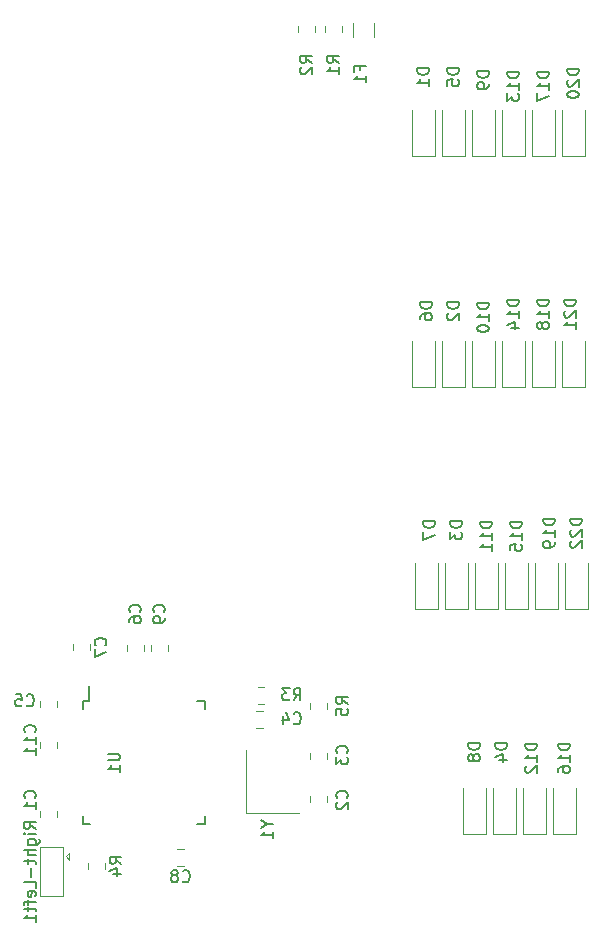
<source format=gbo>
G04 #@! TF.GenerationSoftware,KiCad,Pcbnew,(5.1.4)-1*
G04 #@! TF.CreationDate,2022-01-12T13:07:32-05:00*
G04 #@! TF.ProjectId,a44key-pcb,6134346b-6579-42d7-9063-622e6b696361,rev?*
G04 #@! TF.SameCoordinates,Original*
G04 #@! TF.FileFunction,Legend,Bot*
G04 #@! TF.FilePolarity,Positive*
%FSLAX46Y46*%
G04 Gerber Fmt 4.6, Leading zero omitted, Abs format (unit mm)*
G04 Created by KiCad (PCBNEW (5.1.4)-1) date 2022-01-12 13:07:32*
%MOMM*%
%LPD*%
G04 APERTURE LIST*
%ADD10C,0.120000*%
%ADD11C,0.150000*%
%ADD12R,1.602000X1.102000*%
%ADD13C,2.102000*%
%ADD14C,4.089800*%
%ADD15O,2.277000X1.852000*%
%ADD16C,2.352000*%
%ADD17C,2.352000*%
%ADD18O,5.202000X1.602000*%
%ADD19O,0.602000X4.202000*%
%ADD20O,5.202000X0.602000*%
%ADD21C,1.402000*%
%ADD22C,0.602000*%
%ADD23C,0.602000*%
%ADD24C,1.602000*%
%ADD25C,1.602000*%
%ADD26C,1.852000*%
%ADD27C,1.852000*%
%ADD28C,1.802000*%
%ADD29C,1.802000*%
%ADD30C,0.100000*%
%ADD31C,1.077000*%
%ADD32R,1.602000X0.652000*%
%ADD33R,0.652000X1.602000*%
%ADD34O,1.802000X2.802000*%
%ADD35R,1.302000X1.002000*%
%ADD36R,1.902000X2.202000*%
%ADD37C,1.352000*%
%ADD38R,1.752000X1.752000*%
%ADD39C,1.752000*%
%ADD40C,1.202000*%
G04 APERTURE END LIST*
D10*
X92980000Y-131524000D02*
X92980000Y-135624000D01*
X92980000Y-135624000D02*
X94980000Y-135624000D01*
X94980000Y-135624000D02*
X94980000Y-131524000D01*
X94980000Y-131524000D02*
X92980000Y-131524000D01*
X95180000Y-132274000D02*
X95480000Y-131974000D01*
X95480000Y-131974000D02*
X95480000Y-132574000D01*
X95180000Y-132274000D02*
X95480000Y-132574000D01*
X115876000Y-119814078D02*
X115876000Y-119296922D01*
X117296000Y-119814078D02*
X117296000Y-119296922D01*
X93016000Y-123148078D02*
X93016000Y-122630922D01*
X94436000Y-123148078D02*
X94436000Y-122630922D01*
X102414000Y-114923078D02*
X102414000Y-114405922D01*
X103834000Y-114923078D02*
X103834000Y-114405922D01*
D11*
X97178000Y-119175000D02*
X97178000Y-117900000D01*
X96603000Y-129525000D02*
X96603000Y-128850000D01*
X106953000Y-129525000D02*
X106953000Y-128850000D01*
X106953000Y-119175000D02*
X106953000Y-119850000D01*
X96603000Y-119175000D02*
X96603000Y-119850000D01*
X106953000Y-119175000D02*
X106278000Y-119175000D01*
X106953000Y-129525000D02*
X106278000Y-129525000D01*
X96603000Y-129525000D02*
X97278000Y-129525000D01*
X96603000Y-119175000D02*
X97178000Y-119175000D01*
D10*
X104643422Y-131656000D02*
X105160578Y-131656000D01*
X104643422Y-133076000D02*
X105160578Y-133076000D01*
X115876000Y-127720078D02*
X115876000Y-127202922D01*
X117296000Y-127720078D02*
X117296000Y-127202922D01*
X97080000Y-133354578D02*
X97080000Y-132837422D01*
X98500000Y-133354578D02*
X98500000Y-132837422D01*
X133334000Y-130392000D02*
X133334000Y-126492000D01*
X131334000Y-130392000D02*
X131334000Y-126492000D01*
X133334000Y-130392000D02*
X131334000Y-130392000D01*
X126730000Y-111342000D02*
X126730000Y-107442000D01*
X124730000Y-111342000D02*
X124730000Y-107442000D01*
X126730000Y-111342000D02*
X124730000Y-111342000D01*
X129270000Y-111342000D02*
X129270000Y-107442000D01*
X127270000Y-111342000D02*
X127270000Y-107442000D01*
X129270000Y-111342000D02*
X127270000Y-111342000D01*
X130794000Y-130392000D02*
X130794000Y-126492000D01*
X128794000Y-130392000D02*
X128794000Y-126492000D01*
X130794000Y-130392000D02*
X128794000Y-130392000D01*
X135874000Y-130392000D02*
X135874000Y-126492000D01*
X133874000Y-130392000D02*
X133874000Y-126492000D01*
X135874000Y-130392000D02*
X133874000Y-130392000D01*
X136890000Y-111342000D02*
X136890000Y-107442000D01*
X134890000Y-111342000D02*
X134890000Y-107442000D01*
X136890000Y-111342000D02*
X134890000Y-111342000D01*
X139430000Y-111342000D02*
X139430000Y-107442000D01*
X137430000Y-111342000D02*
X137430000Y-107442000D01*
X139430000Y-111342000D02*
X137430000Y-111342000D01*
X138414000Y-130392000D02*
X138414000Y-126492000D01*
X136414000Y-130392000D02*
X136414000Y-126492000D01*
X138414000Y-130392000D02*
X136414000Y-130392000D01*
X93016000Y-128990078D02*
X93016000Y-128472922D01*
X94436000Y-128990078D02*
X94436000Y-128472922D01*
X111325922Y-119972000D02*
X111843078Y-119972000D01*
X111325922Y-121392000D02*
X111843078Y-121392000D01*
X93016000Y-119670578D02*
X93016000Y-119153422D01*
X94436000Y-119670578D02*
X94436000Y-119153422D01*
X95810000Y-114844578D02*
X95810000Y-114327422D01*
X97230000Y-114844578D02*
X97230000Y-114327422D01*
X117146000Y-62488578D02*
X117146000Y-61971422D01*
X118566000Y-62488578D02*
X118566000Y-61971422D01*
X110406000Y-128642000D02*
X110406000Y-123242000D01*
X114906000Y-128642000D02*
X110406000Y-128642000D01*
X114860000Y-62488578D02*
X114860000Y-61971422D01*
X116280000Y-62488578D02*
X116280000Y-61971422D01*
X111940078Y-119360000D02*
X111422922Y-119360000D01*
X111940078Y-117940000D02*
X111422922Y-117940000D01*
X119486000Y-62956064D02*
X119486000Y-61751936D01*
X121306000Y-62956064D02*
X121306000Y-61751936D01*
X100382000Y-114923078D02*
X100382000Y-114405922D01*
X101802000Y-114923078D02*
X101802000Y-114405922D01*
X117296000Y-123549922D02*
X117296000Y-124067078D01*
X115876000Y-123549922D02*
X115876000Y-124067078D01*
X139176000Y-92548000D02*
X139176000Y-88648000D01*
X137176000Y-92548000D02*
X137176000Y-88648000D01*
X139176000Y-92548000D02*
X137176000Y-92548000D01*
X139176000Y-72988000D02*
X139176000Y-69088000D01*
X137176000Y-72988000D02*
X137176000Y-69088000D01*
X139176000Y-72988000D02*
X137176000Y-72988000D01*
X136636000Y-92548000D02*
X136636000Y-88648000D01*
X134636000Y-92548000D02*
X134636000Y-88648000D01*
X136636000Y-92548000D02*
X134636000Y-92548000D01*
X136636000Y-72990000D02*
X136636000Y-69090000D01*
X134636000Y-72990000D02*
X134636000Y-69090000D01*
X136636000Y-72990000D02*
X134636000Y-72990000D01*
X134350000Y-111342000D02*
X134350000Y-107442000D01*
X132350000Y-111342000D02*
X132350000Y-107442000D01*
X134350000Y-111342000D02*
X132350000Y-111342000D01*
X134096000Y-92548000D02*
X134096000Y-88648000D01*
X132096000Y-92548000D02*
X132096000Y-88648000D01*
X134096000Y-92548000D02*
X132096000Y-92548000D01*
X134096000Y-72990000D02*
X134096000Y-69090000D01*
X132096000Y-72990000D02*
X132096000Y-69090000D01*
X134096000Y-72990000D02*
X132096000Y-72990000D01*
X131810000Y-111342000D02*
X131810000Y-107442000D01*
X129810000Y-111342000D02*
X129810000Y-107442000D01*
X131810000Y-111342000D02*
X129810000Y-111342000D01*
X131556000Y-92548000D02*
X131556000Y-88648000D01*
X129556000Y-92548000D02*
X129556000Y-88648000D01*
X131556000Y-92548000D02*
X129556000Y-92548000D01*
X131556000Y-72990000D02*
X131556000Y-69090000D01*
X129556000Y-72990000D02*
X129556000Y-69090000D01*
X131556000Y-72990000D02*
X129556000Y-72990000D01*
X126476000Y-92548000D02*
X126476000Y-88648000D01*
X124476000Y-92548000D02*
X124476000Y-88648000D01*
X126476000Y-92548000D02*
X124476000Y-92548000D01*
X129016000Y-72990000D02*
X129016000Y-69090000D01*
X127016000Y-72990000D02*
X127016000Y-69090000D01*
X129016000Y-72990000D02*
X127016000Y-72990000D01*
X129016000Y-92548000D02*
X129016000Y-88648000D01*
X127016000Y-92548000D02*
X127016000Y-88648000D01*
X129016000Y-92548000D02*
X127016000Y-92548000D01*
X126476000Y-72990000D02*
X126476000Y-69090000D01*
X124476000Y-72990000D02*
X124476000Y-69090000D01*
X126476000Y-72990000D02*
X124476000Y-72990000D01*
D11*
X92632380Y-129954952D02*
X92156190Y-129621619D01*
X92632380Y-129383523D02*
X91632380Y-129383523D01*
X91632380Y-129764476D01*
X91680000Y-129859714D01*
X91727619Y-129907333D01*
X91822857Y-129954952D01*
X91965714Y-129954952D01*
X92060952Y-129907333D01*
X92108571Y-129859714D01*
X92156190Y-129764476D01*
X92156190Y-129383523D01*
X92632380Y-130383523D02*
X91965714Y-130383523D01*
X91632380Y-130383523D02*
X91680000Y-130335904D01*
X91727619Y-130383523D01*
X91680000Y-130431142D01*
X91632380Y-130383523D01*
X91727619Y-130383523D01*
X91965714Y-131288285D02*
X92775238Y-131288285D01*
X92870476Y-131240666D01*
X92918095Y-131193047D01*
X92965714Y-131097809D01*
X92965714Y-130954952D01*
X92918095Y-130859714D01*
X92584761Y-131288285D02*
X92632380Y-131193047D01*
X92632380Y-131002571D01*
X92584761Y-130907333D01*
X92537142Y-130859714D01*
X92441904Y-130812095D01*
X92156190Y-130812095D01*
X92060952Y-130859714D01*
X92013333Y-130907333D01*
X91965714Y-131002571D01*
X91965714Y-131193047D01*
X92013333Y-131288285D01*
X92632380Y-131764476D02*
X91632380Y-131764476D01*
X92632380Y-132193047D02*
X92108571Y-132193047D01*
X92013333Y-132145428D01*
X91965714Y-132050190D01*
X91965714Y-131907333D01*
X92013333Y-131812095D01*
X92060952Y-131764476D01*
X91965714Y-132526380D02*
X91965714Y-132907333D01*
X91632380Y-132669238D02*
X92489523Y-132669238D01*
X92584761Y-132716857D01*
X92632380Y-132812095D01*
X92632380Y-132907333D01*
X92251428Y-133240666D02*
X92251428Y-134002571D01*
X92632380Y-134954952D02*
X92632380Y-134478761D01*
X91632380Y-134478761D01*
X92584761Y-135669238D02*
X92632380Y-135574000D01*
X92632380Y-135383523D01*
X92584761Y-135288285D01*
X92489523Y-135240666D01*
X92108571Y-135240666D01*
X92013333Y-135288285D01*
X91965714Y-135383523D01*
X91965714Y-135574000D01*
X92013333Y-135669238D01*
X92108571Y-135716857D01*
X92203809Y-135716857D01*
X92299047Y-135240666D01*
X91965714Y-136002571D02*
X91965714Y-136383523D01*
X92632380Y-136145428D02*
X91775238Y-136145428D01*
X91680000Y-136193047D01*
X91632380Y-136288285D01*
X91632380Y-136383523D01*
X91965714Y-136574000D02*
X91965714Y-136954952D01*
X91632380Y-136716857D02*
X92489523Y-136716857D01*
X92584761Y-136764476D01*
X92632380Y-136859714D01*
X92632380Y-136954952D01*
X92632380Y-137812095D02*
X92632380Y-137240666D01*
X92632380Y-137526380D02*
X91632380Y-137526380D01*
X91775238Y-137431142D01*
X91870476Y-137335904D01*
X91918095Y-137240666D01*
X119070380Y-119388833D02*
X118594190Y-119055500D01*
X119070380Y-118817404D02*
X118070380Y-118817404D01*
X118070380Y-119198357D01*
X118118000Y-119293595D01*
X118165619Y-119341214D01*
X118260857Y-119388833D01*
X118403714Y-119388833D01*
X118498952Y-119341214D01*
X118546571Y-119293595D01*
X118594190Y-119198357D01*
X118594190Y-118817404D01*
X118070380Y-120293595D02*
X118070380Y-119817404D01*
X118546571Y-119769785D01*
X118498952Y-119817404D01*
X118451333Y-119912642D01*
X118451333Y-120150738D01*
X118498952Y-120245976D01*
X118546571Y-120293595D01*
X118641809Y-120341214D01*
X118879904Y-120341214D01*
X118975142Y-120293595D01*
X119022761Y-120245976D01*
X119070380Y-120150738D01*
X119070380Y-119912642D01*
X119022761Y-119817404D01*
X118975142Y-119769785D01*
X92559142Y-121785142D02*
X92606761Y-121737523D01*
X92654380Y-121594666D01*
X92654380Y-121499428D01*
X92606761Y-121356571D01*
X92511523Y-121261333D01*
X92416285Y-121213714D01*
X92225809Y-121166095D01*
X92082952Y-121166095D01*
X91892476Y-121213714D01*
X91797238Y-121261333D01*
X91702000Y-121356571D01*
X91654380Y-121499428D01*
X91654380Y-121594666D01*
X91702000Y-121737523D01*
X91749619Y-121785142D01*
X92654380Y-122737523D02*
X92654380Y-122166095D01*
X92654380Y-122451809D02*
X91654380Y-122451809D01*
X91797238Y-122356571D01*
X91892476Y-122261333D01*
X91940095Y-122166095D01*
X92654380Y-123689904D02*
X92654380Y-123118476D01*
X92654380Y-123404190D02*
X91654380Y-123404190D01*
X91797238Y-123308952D01*
X91892476Y-123213714D01*
X91940095Y-123118476D01*
X103481142Y-111593333D02*
X103528761Y-111545714D01*
X103576380Y-111402857D01*
X103576380Y-111307619D01*
X103528761Y-111164761D01*
X103433523Y-111069523D01*
X103338285Y-111021904D01*
X103147809Y-110974285D01*
X103004952Y-110974285D01*
X102814476Y-111021904D01*
X102719238Y-111069523D01*
X102624000Y-111164761D01*
X102576380Y-111307619D01*
X102576380Y-111402857D01*
X102624000Y-111545714D01*
X102671619Y-111593333D01*
X103576380Y-112069523D02*
X103576380Y-112260000D01*
X103528761Y-112355238D01*
X103481142Y-112402857D01*
X103338285Y-112498095D01*
X103147809Y-112545714D01*
X102766857Y-112545714D01*
X102671619Y-112498095D01*
X102624000Y-112450476D01*
X102576380Y-112355238D01*
X102576380Y-112164761D01*
X102624000Y-112069523D01*
X102671619Y-112021904D01*
X102766857Y-111974285D01*
X103004952Y-111974285D01*
X103100190Y-112021904D01*
X103147809Y-112069523D01*
X103195428Y-112164761D01*
X103195428Y-112355238D01*
X103147809Y-112450476D01*
X103100190Y-112498095D01*
X103004952Y-112545714D01*
X98766380Y-123588095D02*
X99575904Y-123588095D01*
X99671142Y-123635714D01*
X99718761Y-123683333D01*
X99766380Y-123778571D01*
X99766380Y-123969047D01*
X99718761Y-124064285D01*
X99671142Y-124111904D01*
X99575904Y-124159523D01*
X98766380Y-124159523D01*
X99766380Y-125159523D02*
X99766380Y-124588095D01*
X99766380Y-124873809D02*
X98766380Y-124873809D01*
X98909238Y-124778571D01*
X99004476Y-124683333D01*
X99052095Y-124588095D01*
X105068666Y-134373142D02*
X105116285Y-134420761D01*
X105259142Y-134468380D01*
X105354380Y-134468380D01*
X105497238Y-134420761D01*
X105592476Y-134325523D01*
X105640095Y-134230285D01*
X105687714Y-134039809D01*
X105687714Y-133896952D01*
X105640095Y-133706476D01*
X105592476Y-133611238D01*
X105497238Y-133516000D01*
X105354380Y-133468380D01*
X105259142Y-133468380D01*
X105116285Y-133516000D01*
X105068666Y-133563619D01*
X104497238Y-133896952D02*
X104592476Y-133849333D01*
X104640095Y-133801714D01*
X104687714Y-133706476D01*
X104687714Y-133658857D01*
X104640095Y-133563619D01*
X104592476Y-133516000D01*
X104497238Y-133468380D01*
X104306761Y-133468380D01*
X104211523Y-133516000D01*
X104163904Y-133563619D01*
X104116285Y-133658857D01*
X104116285Y-133706476D01*
X104163904Y-133801714D01*
X104211523Y-133849333D01*
X104306761Y-133896952D01*
X104497238Y-133896952D01*
X104592476Y-133944571D01*
X104640095Y-133992190D01*
X104687714Y-134087428D01*
X104687714Y-134277904D01*
X104640095Y-134373142D01*
X104592476Y-134420761D01*
X104497238Y-134468380D01*
X104306761Y-134468380D01*
X104211523Y-134420761D01*
X104163904Y-134373142D01*
X104116285Y-134277904D01*
X104116285Y-134087428D01*
X104163904Y-133992190D01*
X104211523Y-133944571D01*
X104306761Y-133896952D01*
X118975142Y-127341333D02*
X119022761Y-127293714D01*
X119070380Y-127150857D01*
X119070380Y-127055619D01*
X119022761Y-126912761D01*
X118927523Y-126817523D01*
X118832285Y-126769904D01*
X118641809Y-126722285D01*
X118498952Y-126722285D01*
X118308476Y-126769904D01*
X118213238Y-126817523D01*
X118118000Y-126912761D01*
X118070380Y-127055619D01*
X118070380Y-127150857D01*
X118118000Y-127293714D01*
X118165619Y-127341333D01*
X118165619Y-127722285D02*
X118118000Y-127769904D01*
X118070380Y-127865142D01*
X118070380Y-128103238D01*
X118118000Y-128198476D01*
X118165619Y-128246095D01*
X118260857Y-128293714D01*
X118356095Y-128293714D01*
X118498952Y-128246095D01*
X119070380Y-127674666D01*
X119070380Y-128293714D01*
X99892380Y-132929333D02*
X99416190Y-132596000D01*
X99892380Y-132357904D02*
X98892380Y-132357904D01*
X98892380Y-132738857D01*
X98940000Y-132834095D01*
X98987619Y-132881714D01*
X99082857Y-132929333D01*
X99225714Y-132929333D01*
X99320952Y-132881714D01*
X99368571Y-132834095D01*
X99416190Y-132738857D01*
X99416190Y-132357904D01*
X99225714Y-133786476D02*
X99892380Y-133786476D01*
X98844761Y-133548380D02*
X99559047Y-133310285D01*
X99559047Y-133929333D01*
X132532380Y-122703904D02*
X131532380Y-122703904D01*
X131532380Y-122942000D01*
X131580000Y-123084857D01*
X131675238Y-123180095D01*
X131770476Y-123227714D01*
X131960952Y-123275333D01*
X132103809Y-123275333D01*
X132294285Y-123227714D01*
X132389523Y-123180095D01*
X132484761Y-123084857D01*
X132532380Y-122942000D01*
X132532380Y-122703904D01*
X131865714Y-124132476D02*
X132532380Y-124132476D01*
X131484761Y-123894380D02*
X132199047Y-123656285D01*
X132199047Y-124275333D01*
X126436380Y-103909904D02*
X125436380Y-103909904D01*
X125436380Y-104148000D01*
X125484000Y-104290857D01*
X125579238Y-104386095D01*
X125674476Y-104433714D01*
X125864952Y-104481333D01*
X126007809Y-104481333D01*
X126198285Y-104433714D01*
X126293523Y-104386095D01*
X126388761Y-104290857D01*
X126436380Y-104148000D01*
X126436380Y-103909904D01*
X125436380Y-104814666D02*
X125436380Y-105481333D01*
X126436380Y-105052761D01*
X128722380Y-103909904D02*
X127722380Y-103909904D01*
X127722380Y-104148000D01*
X127770000Y-104290857D01*
X127865238Y-104386095D01*
X127960476Y-104433714D01*
X128150952Y-104481333D01*
X128293809Y-104481333D01*
X128484285Y-104433714D01*
X128579523Y-104386095D01*
X128674761Y-104290857D01*
X128722380Y-104148000D01*
X128722380Y-103909904D01*
X127722380Y-104814666D02*
X127722380Y-105433714D01*
X128103333Y-105100380D01*
X128103333Y-105243238D01*
X128150952Y-105338476D01*
X128198571Y-105386095D01*
X128293809Y-105433714D01*
X128531904Y-105433714D01*
X128627142Y-105386095D01*
X128674761Y-105338476D01*
X128722380Y-105243238D01*
X128722380Y-104957523D01*
X128674761Y-104862285D01*
X128627142Y-104814666D01*
X130246380Y-122703904D02*
X129246380Y-122703904D01*
X129246380Y-122942000D01*
X129294000Y-123084857D01*
X129389238Y-123180095D01*
X129484476Y-123227714D01*
X129674952Y-123275333D01*
X129817809Y-123275333D01*
X130008285Y-123227714D01*
X130103523Y-123180095D01*
X130198761Y-123084857D01*
X130246380Y-122942000D01*
X130246380Y-122703904D01*
X129674952Y-123846761D02*
X129627333Y-123751523D01*
X129579714Y-123703904D01*
X129484476Y-123656285D01*
X129436857Y-123656285D01*
X129341619Y-123703904D01*
X129294000Y-123751523D01*
X129246380Y-123846761D01*
X129246380Y-124037238D01*
X129294000Y-124132476D01*
X129341619Y-124180095D01*
X129436857Y-124227714D01*
X129484476Y-124227714D01*
X129579714Y-124180095D01*
X129627333Y-124132476D01*
X129674952Y-124037238D01*
X129674952Y-123846761D01*
X129722571Y-123751523D01*
X129770190Y-123703904D01*
X129865428Y-123656285D01*
X130055904Y-123656285D01*
X130151142Y-123703904D01*
X130198761Y-123751523D01*
X130246380Y-123846761D01*
X130246380Y-124037238D01*
X130198761Y-124132476D01*
X130151142Y-124180095D01*
X130055904Y-124227714D01*
X129865428Y-124227714D01*
X129770190Y-124180095D01*
X129722571Y-124132476D01*
X129674952Y-124037238D01*
X135072380Y-122735714D02*
X134072380Y-122735714D01*
X134072380Y-122973809D01*
X134120000Y-123116666D01*
X134215238Y-123211904D01*
X134310476Y-123259523D01*
X134500952Y-123307142D01*
X134643809Y-123307142D01*
X134834285Y-123259523D01*
X134929523Y-123211904D01*
X135024761Y-123116666D01*
X135072380Y-122973809D01*
X135072380Y-122735714D01*
X135072380Y-124259523D02*
X135072380Y-123688095D01*
X135072380Y-123973809D02*
X134072380Y-123973809D01*
X134215238Y-123878571D01*
X134310476Y-123783333D01*
X134358095Y-123688095D01*
X134167619Y-124640476D02*
X134120000Y-124688095D01*
X134072380Y-124783333D01*
X134072380Y-125021428D01*
X134120000Y-125116666D01*
X134167619Y-125164285D01*
X134262857Y-125211904D01*
X134358095Y-125211904D01*
X134500952Y-125164285D01*
X135072380Y-124592857D01*
X135072380Y-125211904D01*
X136596380Y-103687714D02*
X135596380Y-103687714D01*
X135596380Y-103925809D01*
X135644000Y-104068666D01*
X135739238Y-104163904D01*
X135834476Y-104211523D01*
X136024952Y-104259142D01*
X136167809Y-104259142D01*
X136358285Y-104211523D01*
X136453523Y-104163904D01*
X136548761Y-104068666D01*
X136596380Y-103925809D01*
X136596380Y-103687714D01*
X136596380Y-105211523D02*
X136596380Y-104640095D01*
X136596380Y-104925809D02*
X135596380Y-104925809D01*
X135739238Y-104830571D01*
X135834476Y-104735333D01*
X135882095Y-104640095D01*
X136596380Y-105687714D02*
X136596380Y-105878190D01*
X136548761Y-105973428D01*
X136501142Y-106021047D01*
X136358285Y-106116285D01*
X136167809Y-106163904D01*
X135786857Y-106163904D01*
X135691619Y-106116285D01*
X135644000Y-106068666D01*
X135596380Y-105973428D01*
X135596380Y-105782952D01*
X135644000Y-105687714D01*
X135691619Y-105640095D01*
X135786857Y-105592476D01*
X136024952Y-105592476D01*
X136120190Y-105640095D01*
X136167809Y-105687714D01*
X136215428Y-105782952D01*
X136215428Y-105973428D01*
X136167809Y-106068666D01*
X136120190Y-106116285D01*
X136024952Y-106163904D01*
X138882380Y-103687714D02*
X137882380Y-103687714D01*
X137882380Y-103925809D01*
X137930000Y-104068666D01*
X138025238Y-104163904D01*
X138120476Y-104211523D01*
X138310952Y-104259142D01*
X138453809Y-104259142D01*
X138644285Y-104211523D01*
X138739523Y-104163904D01*
X138834761Y-104068666D01*
X138882380Y-103925809D01*
X138882380Y-103687714D01*
X137977619Y-104640095D02*
X137930000Y-104687714D01*
X137882380Y-104782952D01*
X137882380Y-105021047D01*
X137930000Y-105116285D01*
X137977619Y-105163904D01*
X138072857Y-105211523D01*
X138168095Y-105211523D01*
X138310952Y-105163904D01*
X138882380Y-104592476D01*
X138882380Y-105211523D01*
X137977619Y-105592476D02*
X137930000Y-105640095D01*
X137882380Y-105735333D01*
X137882380Y-105973428D01*
X137930000Y-106068666D01*
X137977619Y-106116285D01*
X138072857Y-106163904D01*
X138168095Y-106163904D01*
X138310952Y-106116285D01*
X138882380Y-105544857D01*
X138882380Y-106163904D01*
X137866380Y-122737714D02*
X136866380Y-122737714D01*
X136866380Y-122975809D01*
X136914000Y-123118666D01*
X137009238Y-123213904D01*
X137104476Y-123261523D01*
X137294952Y-123309142D01*
X137437809Y-123309142D01*
X137628285Y-123261523D01*
X137723523Y-123213904D01*
X137818761Y-123118666D01*
X137866380Y-122975809D01*
X137866380Y-122737714D01*
X137866380Y-124261523D02*
X137866380Y-123690095D01*
X137866380Y-123975809D02*
X136866380Y-123975809D01*
X137009238Y-123880571D01*
X137104476Y-123785333D01*
X137152095Y-123690095D01*
X136866380Y-125118666D02*
X136866380Y-124928190D01*
X136914000Y-124832952D01*
X136961619Y-124785333D01*
X137104476Y-124690095D01*
X137294952Y-124642476D01*
X137675904Y-124642476D01*
X137771142Y-124690095D01*
X137818761Y-124737714D01*
X137866380Y-124832952D01*
X137866380Y-125023428D01*
X137818761Y-125118666D01*
X137771142Y-125166285D01*
X137675904Y-125213904D01*
X137437809Y-125213904D01*
X137342571Y-125166285D01*
X137294952Y-125118666D01*
X137247333Y-125023428D01*
X137247333Y-124832952D01*
X137294952Y-124737714D01*
X137342571Y-124690095D01*
X137437809Y-124642476D01*
X92559142Y-127341333D02*
X92606761Y-127293714D01*
X92654380Y-127150857D01*
X92654380Y-127055619D01*
X92606761Y-126912761D01*
X92511523Y-126817523D01*
X92416285Y-126769904D01*
X92225809Y-126722285D01*
X92082952Y-126722285D01*
X91892476Y-126769904D01*
X91797238Y-126817523D01*
X91702000Y-126912761D01*
X91654380Y-127055619D01*
X91654380Y-127150857D01*
X91702000Y-127293714D01*
X91749619Y-127341333D01*
X92654380Y-128293714D02*
X92654380Y-127722285D01*
X92654380Y-128008000D02*
X91654380Y-128008000D01*
X91797238Y-127912761D01*
X91892476Y-127817523D01*
X91940095Y-127722285D01*
X114466666Y-121007142D02*
X114514285Y-121054761D01*
X114657142Y-121102380D01*
X114752380Y-121102380D01*
X114895238Y-121054761D01*
X114990476Y-120959523D01*
X115038095Y-120864285D01*
X115085714Y-120673809D01*
X115085714Y-120530952D01*
X115038095Y-120340476D01*
X114990476Y-120245238D01*
X114895238Y-120150000D01*
X114752380Y-120102380D01*
X114657142Y-120102380D01*
X114514285Y-120150000D01*
X114466666Y-120197619D01*
X113609523Y-120435714D02*
X113609523Y-121102380D01*
X113847619Y-120054761D02*
X114085714Y-120769047D01*
X113466666Y-120769047D01*
X91860666Y-119483142D02*
X91908285Y-119530761D01*
X92051142Y-119578380D01*
X92146380Y-119578380D01*
X92289238Y-119530761D01*
X92384476Y-119435523D01*
X92432095Y-119340285D01*
X92479714Y-119149809D01*
X92479714Y-119006952D01*
X92432095Y-118816476D01*
X92384476Y-118721238D01*
X92289238Y-118626000D01*
X92146380Y-118578380D01*
X92051142Y-118578380D01*
X91908285Y-118626000D01*
X91860666Y-118673619D01*
X90955904Y-118578380D02*
X91432095Y-118578380D01*
X91479714Y-119054571D01*
X91432095Y-119006952D01*
X91336857Y-118959333D01*
X91098761Y-118959333D01*
X91003523Y-119006952D01*
X90955904Y-119054571D01*
X90908285Y-119149809D01*
X90908285Y-119387904D01*
X90955904Y-119483142D01*
X91003523Y-119530761D01*
X91098761Y-119578380D01*
X91336857Y-119578380D01*
X91432095Y-119530761D01*
X91479714Y-119483142D01*
X98527142Y-114419333D02*
X98574761Y-114371714D01*
X98622380Y-114228857D01*
X98622380Y-114133619D01*
X98574761Y-113990761D01*
X98479523Y-113895523D01*
X98384285Y-113847904D01*
X98193809Y-113800285D01*
X98050952Y-113800285D01*
X97860476Y-113847904D01*
X97765238Y-113895523D01*
X97670000Y-113990761D01*
X97622380Y-114133619D01*
X97622380Y-114228857D01*
X97670000Y-114371714D01*
X97717619Y-114419333D01*
X97622380Y-114752666D02*
X97622380Y-115419333D01*
X98622380Y-114990761D01*
X118308380Y-65111333D02*
X117832190Y-64778000D01*
X118308380Y-64539904D02*
X117308380Y-64539904D01*
X117308380Y-64920857D01*
X117356000Y-65016095D01*
X117403619Y-65063714D01*
X117498857Y-65111333D01*
X117641714Y-65111333D01*
X117736952Y-65063714D01*
X117784571Y-65016095D01*
X117832190Y-64920857D01*
X117832190Y-64539904D01*
X118308380Y-66063714D02*
X118308380Y-65492285D01*
X118308380Y-65778000D02*
X117308380Y-65778000D01*
X117451238Y-65682761D01*
X117546476Y-65587523D01*
X117594095Y-65492285D01*
X112244190Y-129571809D02*
X112720380Y-129571809D01*
X111720380Y-129238476D02*
X112244190Y-129571809D01*
X111720380Y-129905142D01*
X112720380Y-130762285D02*
X112720380Y-130190857D01*
X112720380Y-130476571D02*
X111720380Y-130476571D01*
X111863238Y-130381333D01*
X111958476Y-130286095D01*
X112006095Y-130190857D01*
X116022380Y-65111333D02*
X115546190Y-64778000D01*
X116022380Y-64539904D02*
X115022380Y-64539904D01*
X115022380Y-64920857D01*
X115070000Y-65016095D01*
X115117619Y-65063714D01*
X115212857Y-65111333D01*
X115355714Y-65111333D01*
X115450952Y-65063714D01*
X115498571Y-65016095D01*
X115546190Y-64920857D01*
X115546190Y-64539904D01*
X115117619Y-65492285D02*
X115070000Y-65539904D01*
X115022380Y-65635142D01*
X115022380Y-65873238D01*
X115070000Y-65968476D01*
X115117619Y-66016095D01*
X115212857Y-66063714D01*
X115308095Y-66063714D01*
X115450952Y-66016095D01*
X116022380Y-65444666D01*
X116022380Y-66063714D01*
X114466666Y-119070380D02*
X114800000Y-118594190D01*
X115038095Y-119070380D02*
X115038095Y-118070380D01*
X114657142Y-118070380D01*
X114561904Y-118118000D01*
X114514285Y-118165619D01*
X114466666Y-118260857D01*
X114466666Y-118403714D01*
X114514285Y-118498952D01*
X114561904Y-118546571D01*
X114657142Y-118594190D01*
X115038095Y-118594190D01*
X114133333Y-118070380D02*
X113514285Y-118070380D01*
X113847619Y-118451333D01*
X113704761Y-118451333D01*
X113609523Y-118498952D01*
X113561904Y-118546571D01*
X113514285Y-118641809D01*
X113514285Y-118879904D01*
X113561904Y-118975142D01*
X113609523Y-119022761D01*
X113704761Y-119070380D01*
X113990476Y-119070380D01*
X114085714Y-119022761D01*
X114133333Y-118975142D01*
X120070571Y-65706666D02*
X120070571Y-65373333D01*
X120594380Y-65373333D02*
X119594380Y-65373333D01*
X119594380Y-65849523D01*
X120594380Y-66754285D02*
X120594380Y-66182857D01*
X120594380Y-66468571D02*
X119594380Y-66468571D01*
X119737238Y-66373333D01*
X119832476Y-66278095D01*
X119880095Y-66182857D01*
X101449142Y-111593333D02*
X101496761Y-111545714D01*
X101544380Y-111402857D01*
X101544380Y-111307619D01*
X101496761Y-111164761D01*
X101401523Y-111069523D01*
X101306285Y-111021904D01*
X101115809Y-110974285D01*
X100972952Y-110974285D01*
X100782476Y-111021904D01*
X100687238Y-111069523D01*
X100592000Y-111164761D01*
X100544380Y-111307619D01*
X100544380Y-111402857D01*
X100592000Y-111545714D01*
X100639619Y-111593333D01*
X100544380Y-112450476D02*
X100544380Y-112260000D01*
X100592000Y-112164761D01*
X100639619Y-112117142D01*
X100782476Y-112021904D01*
X100972952Y-111974285D01*
X101353904Y-111974285D01*
X101449142Y-112021904D01*
X101496761Y-112069523D01*
X101544380Y-112164761D01*
X101544380Y-112355238D01*
X101496761Y-112450476D01*
X101449142Y-112498095D01*
X101353904Y-112545714D01*
X101115809Y-112545714D01*
X101020571Y-112498095D01*
X100972952Y-112450476D01*
X100925333Y-112355238D01*
X100925333Y-112164761D01*
X100972952Y-112069523D01*
X101020571Y-112021904D01*
X101115809Y-111974285D01*
X118975142Y-123531333D02*
X119022761Y-123483714D01*
X119070380Y-123340857D01*
X119070380Y-123245619D01*
X119022761Y-123102761D01*
X118927523Y-123007523D01*
X118832285Y-122959904D01*
X118641809Y-122912285D01*
X118498952Y-122912285D01*
X118308476Y-122959904D01*
X118213238Y-123007523D01*
X118118000Y-123102761D01*
X118070380Y-123245619D01*
X118070380Y-123340857D01*
X118118000Y-123483714D01*
X118165619Y-123531333D01*
X118070380Y-123864666D02*
X118070380Y-124483714D01*
X118451333Y-124150380D01*
X118451333Y-124293238D01*
X118498952Y-124388476D01*
X118546571Y-124436095D01*
X118641809Y-124483714D01*
X118879904Y-124483714D01*
X118975142Y-124436095D01*
X119022761Y-124388476D01*
X119070380Y-124293238D01*
X119070380Y-124007523D01*
X119022761Y-123912285D01*
X118975142Y-123864666D01*
X138374380Y-85145714D02*
X137374380Y-85145714D01*
X137374380Y-85383809D01*
X137422000Y-85526666D01*
X137517238Y-85621904D01*
X137612476Y-85669523D01*
X137802952Y-85717142D01*
X137945809Y-85717142D01*
X138136285Y-85669523D01*
X138231523Y-85621904D01*
X138326761Y-85526666D01*
X138374380Y-85383809D01*
X138374380Y-85145714D01*
X137469619Y-86098095D02*
X137422000Y-86145714D01*
X137374380Y-86240952D01*
X137374380Y-86479047D01*
X137422000Y-86574285D01*
X137469619Y-86621904D01*
X137564857Y-86669523D01*
X137660095Y-86669523D01*
X137802952Y-86621904D01*
X138374380Y-86050476D01*
X138374380Y-86669523D01*
X138374380Y-87621904D02*
X138374380Y-87050476D01*
X138374380Y-87336190D02*
X137374380Y-87336190D01*
X137517238Y-87240952D01*
X137612476Y-87145714D01*
X137660095Y-87050476D01*
X138628380Y-65587714D02*
X137628380Y-65587714D01*
X137628380Y-65825809D01*
X137676000Y-65968666D01*
X137771238Y-66063904D01*
X137866476Y-66111523D01*
X138056952Y-66159142D01*
X138199809Y-66159142D01*
X138390285Y-66111523D01*
X138485523Y-66063904D01*
X138580761Y-65968666D01*
X138628380Y-65825809D01*
X138628380Y-65587714D01*
X137723619Y-66540095D02*
X137676000Y-66587714D01*
X137628380Y-66682952D01*
X137628380Y-66921047D01*
X137676000Y-67016285D01*
X137723619Y-67063904D01*
X137818857Y-67111523D01*
X137914095Y-67111523D01*
X138056952Y-67063904D01*
X138628380Y-66492476D01*
X138628380Y-67111523D01*
X137628380Y-67730571D02*
X137628380Y-67825809D01*
X137676000Y-67921047D01*
X137723619Y-67968666D01*
X137818857Y-68016285D01*
X138009333Y-68063904D01*
X138247428Y-68063904D01*
X138437904Y-68016285D01*
X138533142Y-67968666D01*
X138580761Y-67921047D01*
X138628380Y-67825809D01*
X138628380Y-67730571D01*
X138580761Y-67635333D01*
X138533142Y-67587714D01*
X138437904Y-67540095D01*
X138247428Y-67492476D01*
X138009333Y-67492476D01*
X137818857Y-67540095D01*
X137723619Y-67587714D01*
X137676000Y-67635333D01*
X137628380Y-67730571D01*
X136088380Y-85145714D02*
X135088380Y-85145714D01*
X135088380Y-85383809D01*
X135136000Y-85526666D01*
X135231238Y-85621904D01*
X135326476Y-85669523D01*
X135516952Y-85717142D01*
X135659809Y-85717142D01*
X135850285Y-85669523D01*
X135945523Y-85621904D01*
X136040761Y-85526666D01*
X136088380Y-85383809D01*
X136088380Y-85145714D01*
X136088380Y-86669523D02*
X136088380Y-86098095D01*
X136088380Y-86383809D02*
X135088380Y-86383809D01*
X135231238Y-86288571D01*
X135326476Y-86193333D01*
X135374095Y-86098095D01*
X135516952Y-87240952D02*
X135469333Y-87145714D01*
X135421714Y-87098095D01*
X135326476Y-87050476D01*
X135278857Y-87050476D01*
X135183619Y-87098095D01*
X135136000Y-87145714D01*
X135088380Y-87240952D01*
X135088380Y-87431428D01*
X135136000Y-87526666D01*
X135183619Y-87574285D01*
X135278857Y-87621904D01*
X135326476Y-87621904D01*
X135421714Y-87574285D01*
X135469333Y-87526666D01*
X135516952Y-87431428D01*
X135516952Y-87240952D01*
X135564571Y-87145714D01*
X135612190Y-87098095D01*
X135707428Y-87050476D01*
X135897904Y-87050476D01*
X135993142Y-87098095D01*
X136040761Y-87145714D01*
X136088380Y-87240952D01*
X136088380Y-87431428D01*
X136040761Y-87526666D01*
X135993142Y-87574285D01*
X135897904Y-87621904D01*
X135707428Y-87621904D01*
X135612190Y-87574285D01*
X135564571Y-87526666D01*
X135516952Y-87431428D01*
X136088380Y-65841714D02*
X135088380Y-65841714D01*
X135088380Y-66079809D01*
X135136000Y-66222666D01*
X135231238Y-66317904D01*
X135326476Y-66365523D01*
X135516952Y-66413142D01*
X135659809Y-66413142D01*
X135850285Y-66365523D01*
X135945523Y-66317904D01*
X136040761Y-66222666D01*
X136088380Y-66079809D01*
X136088380Y-65841714D01*
X136088380Y-67365523D02*
X136088380Y-66794095D01*
X136088380Y-67079809D02*
X135088380Y-67079809D01*
X135231238Y-66984571D01*
X135326476Y-66889333D01*
X135374095Y-66794095D01*
X135088380Y-67698857D02*
X135088380Y-68365523D01*
X136088380Y-67936952D01*
X133802380Y-103941714D02*
X132802380Y-103941714D01*
X132802380Y-104179809D01*
X132850000Y-104322666D01*
X132945238Y-104417904D01*
X133040476Y-104465523D01*
X133230952Y-104513142D01*
X133373809Y-104513142D01*
X133564285Y-104465523D01*
X133659523Y-104417904D01*
X133754761Y-104322666D01*
X133802380Y-104179809D01*
X133802380Y-103941714D01*
X133802380Y-105465523D02*
X133802380Y-104894095D01*
X133802380Y-105179809D02*
X132802380Y-105179809D01*
X132945238Y-105084571D01*
X133040476Y-104989333D01*
X133088095Y-104894095D01*
X132802380Y-106370285D02*
X132802380Y-105894095D01*
X133278571Y-105846476D01*
X133230952Y-105894095D01*
X133183333Y-105989333D01*
X133183333Y-106227428D01*
X133230952Y-106322666D01*
X133278571Y-106370285D01*
X133373809Y-106417904D01*
X133611904Y-106417904D01*
X133707142Y-106370285D01*
X133754761Y-106322666D01*
X133802380Y-106227428D01*
X133802380Y-105989333D01*
X133754761Y-105894095D01*
X133707142Y-105846476D01*
X133548380Y-85145714D02*
X132548380Y-85145714D01*
X132548380Y-85383809D01*
X132596000Y-85526666D01*
X132691238Y-85621904D01*
X132786476Y-85669523D01*
X132976952Y-85717142D01*
X133119809Y-85717142D01*
X133310285Y-85669523D01*
X133405523Y-85621904D01*
X133500761Y-85526666D01*
X133548380Y-85383809D01*
X133548380Y-85145714D01*
X133548380Y-86669523D02*
X133548380Y-86098095D01*
X133548380Y-86383809D02*
X132548380Y-86383809D01*
X132691238Y-86288571D01*
X132786476Y-86193333D01*
X132834095Y-86098095D01*
X132881714Y-87526666D02*
X133548380Y-87526666D01*
X132500761Y-87288571D02*
X133215047Y-87050476D01*
X133215047Y-87669523D01*
X133548380Y-65841714D02*
X132548380Y-65841714D01*
X132548380Y-66079809D01*
X132596000Y-66222666D01*
X132691238Y-66317904D01*
X132786476Y-66365523D01*
X132976952Y-66413142D01*
X133119809Y-66413142D01*
X133310285Y-66365523D01*
X133405523Y-66317904D01*
X133500761Y-66222666D01*
X133548380Y-66079809D01*
X133548380Y-65841714D01*
X133548380Y-67365523D02*
X133548380Y-66794095D01*
X133548380Y-67079809D02*
X132548380Y-67079809D01*
X132691238Y-66984571D01*
X132786476Y-66889333D01*
X132834095Y-66794095D01*
X132548380Y-67698857D02*
X132548380Y-68317904D01*
X132929333Y-67984571D01*
X132929333Y-68127428D01*
X132976952Y-68222666D01*
X133024571Y-68270285D01*
X133119809Y-68317904D01*
X133357904Y-68317904D01*
X133453142Y-68270285D01*
X133500761Y-68222666D01*
X133548380Y-68127428D01*
X133548380Y-67841714D01*
X133500761Y-67746476D01*
X133453142Y-67698857D01*
X131262380Y-103941714D02*
X130262380Y-103941714D01*
X130262380Y-104179809D01*
X130310000Y-104322666D01*
X130405238Y-104417904D01*
X130500476Y-104465523D01*
X130690952Y-104513142D01*
X130833809Y-104513142D01*
X131024285Y-104465523D01*
X131119523Y-104417904D01*
X131214761Y-104322666D01*
X131262380Y-104179809D01*
X131262380Y-103941714D01*
X131262380Y-105465523D02*
X131262380Y-104894095D01*
X131262380Y-105179809D02*
X130262380Y-105179809D01*
X130405238Y-105084571D01*
X130500476Y-104989333D01*
X130548095Y-104894095D01*
X131262380Y-106417904D02*
X131262380Y-105846476D01*
X131262380Y-106132190D02*
X130262380Y-106132190D01*
X130405238Y-106036952D01*
X130500476Y-105941714D01*
X130548095Y-105846476D01*
X131008380Y-85399714D02*
X130008380Y-85399714D01*
X130008380Y-85637809D01*
X130056000Y-85780666D01*
X130151238Y-85875904D01*
X130246476Y-85923523D01*
X130436952Y-85971142D01*
X130579809Y-85971142D01*
X130770285Y-85923523D01*
X130865523Y-85875904D01*
X130960761Y-85780666D01*
X131008380Y-85637809D01*
X131008380Y-85399714D01*
X131008380Y-86923523D02*
X131008380Y-86352095D01*
X131008380Y-86637809D02*
X130008380Y-86637809D01*
X130151238Y-86542571D01*
X130246476Y-86447333D01*
X130294095Y-86352095D01*
X130008380Y-87542571D02*
X130008380Y-87637809D01*
X130056000Y-87733047D01*
X130103619Y-87780666D01*
X130198857Y-87828285D01*
X130389333Y-87875904D01*
X130627428Y-87875904D01*
X130817904Y-87828285D01*
X130913142Y-87780666D01*
X130960761Y-87733047D01*
X131008380Y-87637809D01*
X131008380Y-87542571D01*
X130960761Y-87447333D01*
X130913142Y-87399714D01*
X130817904Y-87352095D01*
X130627428Y-87304476D01*
X130389333Y-87304476D01*
X130198857Y-87352095D01*
X130103619Y-87399714D01*
X130056000Y-87447333D01*
X130008380Y-87542571D01*
X131008380Y-65809904D02*
X130008380Y-65809904D01*
X130008380Y-66048000D01*
X130056000Y-66190857D01*
X130151238Y-66286095D01*
X130246476Y-66333714D01*
X130436952Y-66381333D01*
X130579809Y-66381333D01*
X130770285Y-66333714D01*
X130865523Y-66286095D01*
X130960761Y-66190857D01*
X131008380Y-66048000D01*
X131008380Y-65809904D01*
X131008380Y-66857523D02*
X131008380Y-67048000D01*
X130960761Y-67143238D01*
X130913142Y-67190857D01*
X130770285Y-67286095D01*
X130579809Y-67333714D01*
X130198857Y-67333714D01*
X130103619Y-67286095D01*
X130056000Y-67238476D01*
X130008380Y-67143238D01*
X130008380Y-66952761D01*
X130056000Y-66857523D01*
X130103619Y-66809904D01*
X130198857Y-66762285D01*
X130436952Y-66762285D01*
X130532190Y-66809904D01*
X130579809Y-66857523D01*
X130627428Y-66952761D01*
X130627428Y-67143238D01*
X130579809Y-67238476D01*
X130532190Y-67286095D01*
X130436952Y-67333714D01*
X126182380Y-85367904D02*
X125182380Y-85367904D01*
X125182380Y-85606000D01*
X125230000Y-85748857D01*
X125325238Y-85844095D01*
X125420476Y-85891714D01*
X125610952Y-85939333D01*
X125753809Y-85939333D01*
X125944285Y-85891714D01*
X126039523Y-85844095D01*
X126134761Y-85748857D01*
X126182380Y-85606000D01*
X126182380Y-85367904D01*
X125182380Y-86796476D02*
X125182380Y-86606000D01*
X125230000Y-86510761D01*
X125277619Y-86463142D01*
X125420476Y-86367904D01*
X125610952Y-86320285D01*
X125991904Y-86320285D01*
X126087142Y-86367904D01*
X126134761Y-86415523D01*
X126182380Y-86510761D01*
X126182380Y-86701238D01*
X126134761Y-86796476D01*
X126087142Y-86844095D01*
X125991904Y-86891714D01*
X125753809Y-86891714D01*
X125658571Y-86844095D01*
X125610952Y-86796476D01*
X125563333Y-86701238D01*
X125563333Y-86510761D01*
X125610952Y-86415523D01*
X125658571Y-86367904D01*
X125753809Y-86320285D01*
X128468380Y-65555904D02*
X127468380Y-65555904D01*
X127468380Y-65794000D01*
X127516000Y-65936857D01*
X127611238Y-66032095D01*
X127706476Y-66079714D01*
X127896952Y-66127333D01*
X128039809Y-66127333D01*
X128230285Y-66079714D01*
X128325523Y-66032095D01*
X128420761Y-65936857D01*
X128468380Y-65794000D01*
X128468380Y-65555904D01*
X127468380Y-67032095D02*
X127468380Y-66555904D01*
X127944571Y-66508285D01*
X127896952Y-66555904D01*
X127849333Y-66651142D01*
X127849333Y-66889238D01*
X127896952Y-66984476D01*
X127944571Y-67032095D01*
X128039809Y-67079714D01*
X128277904Y-67079714D01*
X128373142Y-67032095D01*
X128420761Y-66984476D01*
X128468380Y-66889238D01*
X128468380Y-66651142D01*
X128420761Y-66555904D01*
X128373142Y-66508285D01*
X128468380Y-85367904D02*
X127468380Y-85367904D01*
X127468380Y-85606000D01*
X127516000Y-85748857D01*
X127611238Y-85844095D01*
X127706476Y-85891714D01*
X127896952Y-85939333D01*
X128039809Y-85939333D01*
X128230285Y-85891714D01*
X128325523Y-85844095D01*
X128420761Y-85748857D01*
X128468380Y-85606000D01*
X128468380Y-85367904D01*
X127563619Y-86320285D02*
X127516000Y-86367904D01*
X127468380Y-86463142D01*
X127468380Y-86701238D01*
X127516000Y-86796476D01*
X127563619Y-86844095D01*
X127658857Y-86891714D01*
X127754095Y-86891714D01*
X127896952Y-86844095D01*
X128468380Y-86272666D01*
X128468380Y-86891714D01*
X125928380Y-65555904D02*
X124928380Y-65555904D01*
X124928380Y-65794000D01*
X124976000Y-65936857D01*
X125071238Y-66032095D01*
X125166476Y-66079714D01*
X125356952Y-66127333D01*
X125499809Y-66127333D01*
X125690285Y-66079714D01*
X125785523Y-66032095D01*
X125880761Y-65936857D01*
X125928380Y-65794000D01*
X125928380Y-65555904D01*
X125928380Y-67079714D02*
X125928380Y-66508285D01*
X125928380Y-66794000D02*
X124928380Y-66794000D01*
X125071238Y-66698761D01*
X125166476Y-66603523D01*
X125214095Y-66508285D01*
%LPC*%
D12*
X93980000Y-132274000D03*
X93980000Y-133574000D03*
X93980000Y-134874000D03*
D13*
X113982500Y-88080000D03*
X118982500Y-90180001D03*
D14*
X113982500Y-93980000D03*
D15*
X108707500Y-93980000D03*
X119257500Y-93980000D03*
D16*
X116507500Y-89130000D03*
D17*
X116487729Y-89420016D02*
X116527271Y-88839984D01*
D16*
X110832500Y-90705000D03*
D17*
X110177505Y-91435004D02*
X111487495Y-89974996D01*
D18*
X113967500Y-95785000D03*
D19*
X112067500Y-94885000D03*
D20*
X113967500Y-93085000D03*
X113967500Y-96685000D03*
D19*
X116267500Y-94885000D03*
X115872500Y-94884160D03*
X111667500Y-94885000D03*
D21*
X110553500Y-96012000D03*
D13*
X190182500Y-102367500D03*
X195182500Y-104467501D03*
D14*
X190182500Y-108267500D03*
D15*
X184907500Y-108267500D03*
X195457500Y-108267500D03*
D16*
X192707500Y-103417500D03*
D17*
X192687729Y-103707516D02*
X192727271Y-103127484D01*
D16*
X187032500Y-104992500D03*
D17*
X186377505Y-105722504D02*
X187687495Y-104262496D01*
D18*
X190167500Y-110072500D03*
D19*
X188267500Y-109172500D03*
D20*
X190167500Y-107372500D03*
X190167500Y-110972500D03*
D19*
X192467500Y-109172500D03*
X192072500Y-109171660D03*
X187867500Y-109172500D03*
D21*
X186753500Y-110299500D03*
D13*
X190182500Y-83317500D03*
X195182500Y-85417501D03*
D14*
X190182500Y-89217500D03*
D15*
X184907500Y-89217500D03*
X195457500Y-89217500D03*
D16*
X192707500Y-84367500D03*
D17*
X192687729Y-84657516D02*
X192727271Y-84077484D01*
D16*
X187032500Y-85942500D03*
D17*
X186377505Y-86672504D02*
X187687495Y-85212496D01*
D18*
X190167500Y-91022500D03*
D19*
X188267500Y-90122500D03*
D20*
X190167500Y-88322500D03*
X190167500Y-91922500D03*
D19*
X192467500Y-90122500D03*
X192072500Y-90121660D03*
X187867500Y-90122500D03*
D21*
X186753500Y-91249500D03*
X117086239Y-132247126D03*
D22*
X116301887Y-133624049D03*
D23*
X116767761Y-135362715D02*
X115836013Y-131885383D01*
D22*
X112240386Y-134713195D03*
D23*
X112706260Y-136451861D02*
X111774512Y-132974529D01*
D22*
X111858628Y-134814617D03*
D23*
X112324502Y-136553283D02*
X111392754Y-133075951D01*
D22*
X113614383Y-132480666D03*
D23*
X115836012Y-131885382D02*
X111392754Y-133075950D01*
D22*
X114546132Y-135957999D03*
D23*
X116767761Y-135362715D02*
X112324503Y-136553283D01*
D22*
X115915517Y-133727577D03*
D23*
X116381391Y-135466243D02*
X115449643Y-131988911D01*
D24*
X113847321Y-133350000D03*
D25*
X115585987Y-132884126D02*
X112108655Y-133815874D01*
D16*
X118190299Y-137445505D03*
D17*
X118634037Y-136570850D02*
X117746561Y-138320160D01*
D16*
X113116310Y-140435636D03*
D17*
X113060346Y-140150385D02*
X113172274Y-140720887D01*
D26*
X109204741Y-136462648D03*
D27*
X109410000Y-136407649D02*
X108999482Y-136517647D01*
D26*
X119395259Y-133732108D03*
D27*
X119600518Y-133677109D02*
X119190000Y-133787107D01*
D14*
X114300000Y-135097378D03*
D13*
X110453883Y-140061990D03*
X115827032Y-140796340D03*
D28*
X88586201Y-146552355D03*
D29*
X88586201Y-146552355D02*
X88586201Y-146552355D01*
D28*
X87928801Y-144098903D03*
D29*
X87928801Y-144098903D02*
X87928801Y-144098903D01*
D28*
X87271400Y-141645452D03*
D29*
X87271400Y-141645452D02*
X87271400Y-141645452D01*
D28*
X86614000Y-139192000D03*
D30*
G36*
X85976897Y-140295495D02*
G01*
X85510505Y-138554897D01*
X87251103Y-138088505D01*
X87717495Y-139829103D01*
X85976897Y-140295495D01*
X85976897Y-140295495D01*
G37*
G36*
X117094141Y-118080797D02*
G01*
X117120278Y-118084674D01*
X117145909Y-118091094D01*
X117170788Y-118099995D01*
X117194674Y-118111293D01*
X117217337Y-118124877D01*
X117238560Y-118140617D01*
X117258139Y-118158361D01*
X117275883Y-118177940D01*
X117291623Y-118199163D01*
X117305207Y-118221826D01*
X117316505Y-118245712D01*
X117325406Y-118270591D01*
X117331826Y-118296222D01*
X117335703Y-118322359D01*
X117337000Y-118348750D01*
X117337000Y-118887250D01*
X117335703Y-118913641D01*
X117331826Y-118939778D01*
X117325406Y-118965409D01*
X117316505Y-118990288D01*
X117305207Y-119014174D01*
X117291623Y-119036837D01*
X117275883Y-119058060D01*
X117258139Y-119077639D01*
X117238560Y-119095383D01*
X117217337Y-119111123D01*
X117194674Y-119124707D01*
X117170788Y-119136005D01*
X117145909Y-119144906D01*
X117120278Y-119151326D01*
X117094141Y-119155203D01*
X117067750Y-119156500D01*
X116104250Y-119156500D01*
X116077859Y-119155203D01*
X116051722Y-119151326D01*
X116026091Y-119144906D01*
X116001212Y-119136005D01*
X115977326Y-119124707D01*
X115954663Y-119111123D01*
X115933440Y-119095383D01*
X115913861Y-119077639D01*
X115896117Y-119058060D01*
X115880377Y-119036837D01*
X115866793Y-119014174D01*
X115855495Y-118990288D01*
X115846594Y-118965409D01*
X115840174Y-118939778D01*
X115836297Y-118913641D01*
X115835000Y-118887250D01*
X115835000Y-118348750D01*
X115836297Y-118322359D01*
X115840174Y-118296222D01*
X115846594Y-118270591D01*
X115855495Y-118245712D01*
X115866793Y-118221826D01*
X115880377Y-118199163D01*
X115896117Y-118177940D01*
X115913861Y-118158361D01*
X115933440Y-118140617D01*
X115954663Y-118124877D01*
X115977326Y-118111293D01*
X116001212Y-118099995D01*
X116026091Y-118091094D01*
X116051722Y-118084674D01*
X116077859Y-118080797D01*
X116104250Y-118079500D01*
X117067750Y-118079500D01*
X117094141Y-118080797D01*
X117094141Y-118080797D01*
G37*
D31*
X116586000Y-118618000D03*
D30*
G36*
X117094141Y-119955797D02*
G01*
X117120278Y-119959674D01*
X117145909Y-119966094D01*
X117170788Y-119974995D01*
X117194674Y-119986293D01*
X117217337Y-119999877D01*
X117238560Y-120015617D01*
X117258139Y-120033361D01*
X117275883Y-120052940D01*
X117291623Y-120074163D01*
X117305207Y-120096826D01*
X117316505Y-120120712D01*
X117325406Y-120145591D01*
X117331826Y-120171222D01*
X117335703Y-120197359D01*
X117337000Y-120223750D01*
X117337000Y-120762250D01*
X117335703Y-120788641D01*
X117331826Y-120814778D01*
X117325406Y-120840409D01*
X117316505Y-120865288D01*
X117305207Y-120889174D01*
X117291623Y-120911837D01*
X117275883Y-120933060D01*
X117258139Y-120952639D01*
X117238560Y-120970383D01*
X117217337Y-120986123D01*
X117194674Y-120999707D01*
X117170788Y-121011005D01*
X117145909Y-121019906D01*
X117120278Y-121026326D01*
X117094141Y-121030203D01*
X117067750Y-121031500D01*
X116104250Y-121031500D01*
X116077859Y-121030203D01*
X116051722Y-121026326D01*
X116026091Y-121019906D01*
X116001212Y-121011005D01*
X115977326Y-120999707D01*
X115954663Y-120986123D01*
X115933440Y-120970383D01*
X115913861Y-120952639D01*
X115896117Y-120933060D01*
X115880377Y-120911837D01*
X115866793Y-120889174D01*
X115855495Y-120865288D01*
X115846594Y-120840409D01*
X115840174Y-120814778D01*
X115836297Y-120788641D01*
X115835000Y-120762250D01*
X115835000Y-120223750D01*
X115836297Y-120197359D01*
X115840174Y-120171222D01*
X115846594Y-120145591D01*
X115855495Y-120120712D01*
X115866793Y-120096826D01*
X115880377Y-120074163D01*
X115896117Y-120052940D01*
X115913861Y-120033361D01*
X115933440Y-120015617D01*
X115954663Y-119999877D01*
X115977326Y-119986293D01*
X116001212Y-119974995D01*
X116026091Y-119966094D01*
X116051722Y-119959674D01*
X116077859Y-119955797D01*
X116104250Y-119954500D01*
X117067750Y-119954500D01*
X117094141Y-119955797D01*
X117094141Y-119955797D01*
G37*
D31*
X116586000Y-120493000D03*
D30*
G36*
X94234141Y-121414797D02*
G01*
X94260278Y-121418674D01*
X94285909Y-121425094D01*
X94310788Y-121433995D01*
X94334674Y-121445293D01*
X94357337Y-121458877D01*
X94378560Y-121474617D01*
X94398139Y-121492361D01*
X94415883Y-121511940D01*
X94431623Y-121533163D01*
X94445207Y-121555826D01*
X94456505Y-121579712D01*
X94465406Y-121604591D01*
X94471826Y-121630222D01*
X94475703Y-121656359D01*
X94477000Y-121682750D01*
X94477000Y-122221250D01*
X94475703Y-122247641D01*
X94471826Y-122273778D01*
X94465406Y-122299409D01*
X94456505Y-122324288D01*
X94445207Y-122348174D01*
X94431623Y-122370837D01*
X94415883Y-122392060D01*
X94398139Y-122411639D01*
X94378560Y-122429383D01*
X94357337Y-122445123D01*
X94334674Y-122458707D01*
X94310788Y-122470005D01*
X94285909Y-122478906D01*
X94260278Y-122485326D01*
X94234141Y-122489203D01*
X94207750Y-122490500D01*
X93244250Y-122490500D01*
X93217859Y-122489203D01*
X93191722Y-122485326D01*
X93166091Y-122478906D01*
X93141212Y-122470005D01*
X93117326Y-122458707D01*
X93094663Y-122445123D01*
X93073440Y-122429383D01*
X93053861Y-122411639D01*
X93036117Y-122392060D01*
X93020377Y-122370837D01*
X93006793Y-122348174D01*
X92995495Y-122324288D01*
X92986594Y-122299409D01*
X92980174Y-122273778D01*
X92976297Y-122247641D01*
X92975000Y-122221250D01*
X92975000Y-121682750D01*
X92976297Y-121656359D01*
X92980174Y-121630222D01*
X92986594Y-121604591D01*
X92995495Y-121579712D01*
X93006793Y-121555826D01*
X93020377Y-121533163D01*
X93036117Y-121511940D01*
X93053861Y-121492361D01*
X93073440Y-121474617D01*
X93094663Y-121458877D01*
X93117326Y-121445293D01*
X93141212Y-121433995D01*
X93166091Y-121425094D01*
X93191722Y-121418674D01*
X93217859Y-121414797D01*
X93244250Y-121413500D01*
X94207750Y-121413500D01*
X94234141Y-121414797D01*
X94234141Y-121414797D01*
G37*
D31*
X93726000Y-121952000D03*
D30*
G36*
X94234141Y-123289797D02*
G01*
X94260278Y-123293674D01*
X94285909Y-123300094D01*
X94310788Y-123308995D01*
X94334674Y-123320293D01*
X94357337Y-123333877D01*
X94378560Y-123349617D01*
X94398139Y-123367361D01*
X94415883Y-123386940D01*
X94431623Y-123408163D01*
X94445207Y-123430826D01*
X94456505Y-123454712D01*
X94465406Y-123479591D01*
X94471826Y-123505222D01*
X94475703Y-123531359D01*
X94477000Y-123557750D01*
X94477000Y-124096250D01*
X94475703Y-124122641D01*
X94471826Y-124148778D01*
X94465406Y-124174409D01*
X94456505Y-124199288D01*
X94445207Y-124223174D01*
X94431623Y-124245837D01*
X94415883Y-124267060D01*
X94398139Y-124286639D01*
X94378560Y-124304383D01*
X94357337Y-124320123D01*
X94334674Y-124333707D01*
X94310788Y-124345005D01*
X94285909Y-124353906D01*
X94260278Y-124360326D01*
X94234141Y-124364203D01*
X94207750Y-124365500D01*
X93244250Y-124365500D01*
X93217859Y-124364203D01*
X93191722Y-124360326D01*
X93166091Y-124353906D01*
X93141212Y-124345005D01*
X93117326Y-124333707D01*
X93094663Y-124320123D01*
X93073440Y-124304383D01*
X93053861Y-124286639D01*
X93036117Y-124267060D01*
X93020377Y-124245837D01*
X93006793Y-124223174D01*
X92995495Y-124199288D01*
X92986594Y-124174409D01*
X92980174Y-124148778D01*
X92976297Y-124122641D01*
X92975000Y-124096250D01*
X92975000Y-123557750D01*
X92976297Y-123531359D01*
X92980174Y-123505222D01*
X92986594Y-123479591D01*
X92995495Y-123454712D01*
X93006793Y-123430826D01*
X93020377Y-123408163D01*
X93036117Y-123386940D01*
X93053861Y-123367361D01*
X93073440Y-123349617D01*
X93094663Y-123333877D01*
X93117326Y-123320293D01*
X93141212Y-123308995D01*
X93166091Y-123300094D01*
X93191722Y-123293674D01*
X93217859Y-123289797D01*
X93244250Y-123288500D01*
X94207750Y-123288500D01*
X94234141Y-123289797D01*
X94234141Y-123289797D01*
G37*
D31*
X93726000Y-123827000D03*
D30*
G36*
X103632141Y-113189797D02*
G01*
X103658278Y-113193674D01*
X103683909Y-113200094D01*
X103708788Y-113208995D01*
X103732674Y-113220293D01*
X103755337Y-113233877D01*
X103776560Y-113249617D01*
X103796139Y-113267361D01*
X103813883Y-113286940D01*
X103829623Y-113308163D01*
X103843207Y-113330826D01*
X103854505Y-113354712D01*
X103863406Y-113379591D01*
X103869826Y-113405222D01*
X103873703Y-113431359D01*
X103875000Y-113457750D01*
X103875000Y-113996250D01*
X103873703Y-114022641D01*
X103869826Y-114048778D01*
X103863406Y-114074409D01*
X103854505Y-114099288D01*
X103843207Y-114123174D01*
X103829623Y-114145837D01*
X103813883Y-114167060D01*
X103796139Y-114186639D01*
X103776560Y-114204383D01*
X103755337Y-114220123D01*
X103732674Y-114233707D01*
X103708788Y-114245005D01*
X103683909Y-114253906D01*
X103658278Y-114260326D01*
X103632141Y-114264203D01*
X103605750Y-114265500D01*
X102642250Y-114265500D01*
X102615859Y-114264203D01*
X102589722Y-114260326D01*
X102564091Y-114253906D01*
X102539212Y-114245005D01*
X102515326Y-114233707D01*
X102492663Y-114220123D01*
X102471440Y-114204383D01*
X102451861Y-114186639D01*
X102434117Y-114167060D01*
X102418377Y-114145837D01*
X102404793Y-114123174D01*
X102393495Y-114099288D01*
X102384594Y-114074409D01*
X102378174Y-114048778D01*
X102374297Y-114022641D01*
X102373000Y-113996250D01*
X102373000Y-113457750D01*
X102374297Y-113431359D01*
X102378174Y-113405222D01*
X102384594Y-113379591D01*
X102393495Y-113354712D01*
X102404793Y-113330826D01*
X102418377Y-113308163D01*
X102434117Y-113286940D01*
X102451861Y-113267361D01*
X102471440Y-113249617D01*
X102492663Y-113233877D01*
X102515326Y-113220293D01*
X102539212Y-113208995D01*
X102564091Y-113200094D01*
X102589722Y-113193674D01*
X102615859Y-113189797D01*
X102642250Y-113188500D01*
X103605750Y-113188500D01*
X103632141Y-113189797D01*
X103632141Y-113189797D01*
G37*
D31*
X103124000Y-113727000D03*
D30*
G36*
X103632141Y-115064797D02*
G01*
X103658278Y-115068674D01*
X103683909Y-115075094D01*
X103708788Y-115083995D01*
X103732674Y-115095293D01*
X103755337Y-115108877D01*
X103776560Y-115124617D01*
X103796139Y-115142361D01*
X103813883Y-115161940D01*
X103829623Y-115183163D01*
X103843207Y-115205826D01*
X103854505Y-115229712D01*
X103863406Y-115254591D01*
X103869826Y-115280222D01*
X103873703Y-115306359D01*
X103875000Y-115332750D01*
X103875000Y-115871250D01*
X103873703Y-115897641D01*
X103869826Y-115923778D01*
X103863406Y-115949409D01*
X103854505Y-115974288D01*
X103843207Y-115998174D01*
X103829623Y-116020837D01*
X103813883Y-116042060D01*
X103796139Y-116061639D01*
X103776560Y-116079383D01*
X103755337Y-116095123D01*
X103732674Y-116108707D01*
X103708788Y-116120005D01*
X103683909Y-116128906D01*
X103658278Y-116135326D01*
X103632141Y-116139203D01*
X103605750Y-116140500D01*
X102642250Y-116140500D01*
X102615859Y-116139203D01*
X102589722Y-116135326D01*
X102564091Y-116128906D01*
X102539212Y-116120005D01*
X102515326Y-116108707D01*
X102492663Y-116095123D01*
X102471440Y-116079383D01*
X102451861Y-116061639D01*
X102434117Y-116042060D01*
X102418377Y-116020837D01*
X102404793Y-115998174D01*
X102393495Y-115974288D01*
X102384594Y-115949409D01*
X102378174Y-115923778D01*
X102374297Y-115897641D01*
X102373000Y-115871250D01*
X102373000Y-115332750D01*
X102374297Y-115306359D01*
X102378174Y-115280222D01*
X102384594Y-115254591D01*
X102393495Y-115229712D01*
X102404793Y-115205826D01*
X102418377Y-115183163D01*
X102434117Y-115161940D01*
X102451861Y-115142361D01*
X102471440Y-115124617D01*
X102492663Y-115108877D01*
X102515326Y-115095293D01*
X102539212Y-115083995D01*
X102564091Y-115075094D01*
X102589722Y-115068674D01*
X102615859Y-115064797D01*
X102642250Y-115063500D01*
X103605750Y-115063500D01*
X103632141Y-115064797D01*
X103632141Y-115064797D01*
G37*
D31*
X103124000Y-115602000D03*
D32*
X96078000Y-120350000D03*
X96078000Y-121150000D03*
X96078000Y-121950000D03*
X96078000Y-122750000D03*
X96078000Y-123550000D03*
X96078000Y-124350000D03*
X96078000Y-125150000D03*
X96078000Y-125950000D03*
X96078000Y-126750000D03*
X96078000Y-127550000D03*
X96078000Y-128350000D03*
D33*
X97778000Y-130050000D03*
X98578000Y-130050000D03*
X99378000Y-130050000D03*
X100178000Y-130050000D03*
X100978000Y-130050000D03*
X101778000Y-130050000D03*
X102578000Y-130050000D03*
X103378000Y-130050000D03*
X104178000Y-130050000D03*
X104978000Y-130050000D03*
X105778000Y-130050000D03*
D32*
X107478000Y-128350000D03*
X107478000Y-127550000D03*
X107478000Y-126750000D03*
X107478000Y-125950000D03*
X107478000Y-125150000D03*
X107478000Y-124350000D03*
X107478000Y-123550000D03*
X107478000Y-122750000D03*
X107478000Y-121950000D03*
X107478000Y-121150000D03*
X107478000Y-120350000D03*
D33*
X105778000Y-118650000D03*
X104978000Y-118650000D03*
X104178000Y-118650000D03*
X103378000Y-118650000D03*
X102578000Y-118650000D03*
X101778000Y-118650000D03*
X100978000Y-118650000D03*
X100178000Y-118650000D03*
X99378000Y-118650000D03*
X98578000Y-118650000D03*
X97778000Y-118650000D03*
D30*
G36*
X106135141Y-131616297D02*
G01*
X106161278Y-131620174D01*
X106186909Y-131626594D01*
X106211788Y-131635495D01*
X106235674Y-131646793D01*
X106258337Y-131660377D01*
X106279560Y-131676117D01*
X106299139Y-131693861D01*
X106316883Y-131713440D01*
X106332623Y-131734663D01*
X106346207Y-131757326D01*
X106357505Y-131781212D01*
X106366406Y-131806091D01*
X106372826Y-131831722D01*
X106376703Y-131857859D01*
X106378000Y-131884250D01*
X106378000Y-132847750D01*
X106376703Y-132874141D01*
X106372826Y-132900278D01*
X106366406Y-132925909D01*
X106357505Y-132950788D01*
X106346207Y-132974674D01*
X106332623Y-132997337D01*
X106316883Y-133018560D01*
X106299139Y-133038139D01*
X106279560Y-133055883D01*
X106258337Y-133071623D01*
X106235674Y-133085207D01*
X106211788Y-133096505D01*
X106186909Y-133105406D01*
X106161278Y-133111826D01*
X106135141Y-133115703D01*
X106108750Y-133117000D01*
X105570250Y-133117000D01*
X105543859Y-133115703D01*
X105517722Y-133111826D01*
X105492091Y-133105406D01*
X105467212Y-133096505D01*
X105443326Y-133085207D01*
X105420663Y-133071623D01*
X105399440Y-133055883D01*
X105379861Y-133038139D01*
X105362117Y-133018560D01*
X105346377Y-132997337D01*
X105332793Y-132974674D01*
X105321495Y-132950788D01*
X105312594Y-132925909D01*
X105306174Y-132900278D01*
X105302297Y-132874141D01*
X105301000Y-132847750D01*
X105301000Y-131884250D01*
X105302297Y-131857859D01*
X105306174Y-131831722D01*
X105312594Y-131806091D01*
X105321495Y-131781212D01*
X105332793Y-131757326D01*
X105346377Y-131734663D01*
X105362117Y-131713440D01*
X105379861Y-131693861D01*
X105399440Y-131676117D01*
X105420663Y-131660377D01*
X105443326Y-131646793D01*
X105467212Y-131635495D01*
X105492091Y-131626594D01*
X105517722Y-131620174D01*
X105543859Y-131616297D01*
X105570250Y-131615000D01*
X106108750Y-131615000D01*
X106135141Y-131616297D01*
X106135141Y-131616297D01*
G37*
D31*
X105839500Y-132366000D03*
D30*
G36*
X104260141Y-131616297D02*
G01*
X104286278Y-131620174D01*
X104311909Y-131626594D01*
X104336788Y-131635495D01*
X104360674Y-131646793D01*
X104383337Y-131660377D01*
X104404560Y-131676117D01*
X104424139Y-131693861D01*
X104441883Y-131713440D01*
X104457623Y-131734663D01*
X104471207Y-131757326D01*
X104482505Y-131781212D01*
X104491406Y-131806091D01*
X104497826Y-131831722D01*
X104501703Y-131857859D01*
X104503000Y-131884250D01*
X104503000Y-132847750D01*
X104501703Y-132874141D01*
X104497826Y-132900278D01*
X104491406Y-132925909D01*
X104482505Y-132950788D01*
X104471207Y-132974674D01*
X104457623Y-132997337D01*
X104441883Y-133018560D01*
X104424139Y-133038139D01*
X104404560Y-133055883D01*
X104383337Y-133071623D01*
X104360674Y-133085207D01*
X104336788Y-133096505D01*
X104311909Y-133105406D01*
X104286278Y-133111826D01*
X104260141Y-133115703D01*
X104233750Y-133117000D01*
X103695250Y-133117000D01*
X103668859Y-133115703D01*
X103642722Y-133111826D01*
X103617091Y-133105406D01*
X103592212Y-133096505D01*
X103568326Y-133085207D01*
X103545663Y-133071623D01*
X103524440Y-133055883D01*
X103504861Y-133038139D01*
X103487117Y-133018560D01*
X103471377Y-132997337D01*
X103457793Y-132974674D01*
X103446495Y-132950788D01*
X103437594Y-132925909D01*
X103431174Y-132900278D01*
X103427297Y-132874141D01*
X103426000Y-132847750D01*
X103426000Y-131884250D01*
X103427297Y-131857859D01*
X103431174Y-131831722D01*
X103437594Y-131806091D01*
X103446495Y-131781212D01*
X103457793Y-131757326D01*
X103471377Y-131734663D01*
X103487117Y-131713440D01*
X103504861Y-131693861D01*
X103524440Y-131676117D01*
X103545663Y-131660377D01*
X103568326Y-131646793D01*
X103592212Y-131635495D01*
X103617091Y-131626594D01*
X103642722Y-131620174D01*
X103668859Y-131616297D01*
X103695250Y-131615000D01*
X104233750Y-131615000D01*
X104260141Y-131616297D01*
X104260141Y-131616297D01*
G37*
D31*
X103964500Y-132366000D03*
D28*
X123384201Y-137154355D03*
D29*
X123384201Y-137154355D02*
X123384201Y-137154355D01*
D28*
X122726801Y-134700903D03*
D29*
X122726801Y-134700903D02*
X122726801Y-134700903D01*
D28*
X122069400Y-132247452D03*
D29*
X122069400Y-132247452D02*
X122069400Y-132247452D01*
D28*
X121412000Y-129794000D03*
D30*
G36*
X120774897Y-130897495D02*
G01*
X120308505Y-129156897D01*
X122049103Y-128690505D01*
X122515495Y-130431103D01*
X120774897Y-130897495D01*
X120774897Y-130897495D01*
G37*
D28*
X103124000Y-146558000D03*
D29*
X103124000Y-146558000D02*
X103124000Y-146558000D01*
D28*
X105577452Y-145900600D03*
D29*
X105577452Y-145900600D02*
X105577452Y-145900600D01*
D28*
X108030903Y-145243199D03*
D29*
X108030903Y-145243199D02*
X108030903Y-145243199D01*
D28*
X110484355Y-144585799D03*
D30*
G36*
X109380860Y-143948696D02*
G01*
X111121458Y-143482304D01*
X111587850Y-145222902D01*
X109847252Y-145689294D01*
X109380860Y-143948696D01*
X109380860Y-143948696D01*
G37*
D34*
X121412000Y-52324000D03*
X114112000Y-52324000D03*
X114112000Y-56824000D03*
X121412000Y-56824000D03*
D30*
G36*
X117094141Y-125986797D02*
G01*
X117120278Y-125990674D01*
X117145909Y-125997094D01*
X117170788Y-126005995D01*
X117194674Y-126017293D01*
X117217337Y-126030877D01*
X117238560Y-126046617D01*
X117258139Y-126064361D01*
X117275883Y-126083940D01*
X117291623Y-126105163D01*
X117305207Y-126127826D01*
X117316505Y-126151712D01*
X117325406Y-126176591D01*
X117331826Y-126202222D01*
X117335703Y-126228359D01*
X117337000Y-126254750D01*
X117337000Y-126793250D01*
X117335703Y-126819641D01*
X117331826Y-126845778D01*
X117325406Y-126871409D01*
X117316505Y-126896288D01*
X117305207Y-126920174D01*
X117291623Y-126942837D01*
X117275883Y-126964060D01*
X117258139Y-126983639D01*
X117238560Y-127001383D01*
X117217337Y-127017123D01*
X117194674Y-127030707D01*
X117170788Y-127042005D01*
X117145909Y-127050906D01*
X117120278Y-127057326D01*
X117094141Y-127061203D01*
X117067750Y-127062500D01*
X116104250Y-127062500D01*
X116077859Y-127061203D01*
X116051722Y-127057326D01*
X116026091Y-127050906D01*
X116001212Y-127042005D01*
X115977326Y-127030707D01*
X115954663Y-127017123D01*
X115933440Y-127001383D01*
X115913861Y-126983639D01*
X115896117Y-126964060D01*
X115880377Y-126942837D01*
X115866793Y-126920174D01*
X115855495Y-126896288D01*
X115846594Y-126871409D01*
X115840174Y-126845778D01*
X115836297Y-126819641D01*
X115835000Y-126793250D01*
X115835000Y-126254750D01*
X115836297Y-126228359D01*
X115840174Y-126202222D01*
X115846594Y-126176591D01*
X115855495Y-126151712D01*
X115866793Y-126127826D01*
X115880377Y-126105163D01*
X115896117Y-126083940D01*
X115913861Y-126064361D01*
X115933440Y-126046617D01*
X115954663Y-126030877D01*
X115977326Y-126017293D01*
X116001212Y-126005995D01*
X116026091Y-125997094D01*
X116051722Y-125990674D01*
X116077859Y-125986797D01*
X116104250Y-125985500D01*
X117067750Y-125985500D01*
X117094141Y-125986797D01*
X117094141Y-125986797D01*
G37*
D31*
X116586000Y-126524000D03*
D30*
G36*
X117094141Y-127861797D02*
G01*
X117120278Y-127865674D01*
X117145909Y-127872094D01*
X117170788Y-127880995D01*
X117194674Y-127892293D01*
X117217337Y-127905877D01*
X117238560Y-127921617D01*
X117258139Y-127939361D01*
X117275883Y-127958940D01*
X117291623Y-127980163D01*
X117305207Y-128002826D01*
X117316505Y-128026712D01*
X117325406Y-128051591D01*
X117331826Y-128077222D01*
X117335703Y-128103359D01*
X117337000Y-128129750D01*
X117337000Y-128668250D01*
X117335703Y-128694641D01*
X117331826Y-128720778D01*
X117325406Y-128746409D01*
X117316505Y-128771288D01*
X117305207Y-128795174D01*
X117291623Y-128817837D01*
X117275883Y-128839060D01*
X117258139Y-128858639D01*
X117238560Y-128876383D01*
X117217337Y-128892123D01*
X117194674Y-128905707D01*
X117170788Y-128917005D01*
X117145909Y-128925906D01*
X117120278Y-128932326D01*
X117094141Y-128936203D01*
X117067750Y-128937500D01*
X116104250Y-128937500D01*
X116077859Y-128936203D01*
X116051722Y-128932326D01*
X116026091Y-128925906D01*
X116001212Y-128917005D01*
X115977326Y-128905707D01*
X115954663Y-128892123D01*
X115933440Y-128876383D01*
X115913861Y-128858639D01*
X115896117Y-128839060D01*
X115880377Y-128817837D01*
X115866793Y-128795174D01*
X115855495Y-128771288D01*
X115846594Y-128746409D01*
X115840174Y-128720778D01*
X115836297Y-128694641D01*
X115835000Y-128668250D01*
X115835000Y-128129750D01*
X115836297Y-128103359D01*
X115840174Y-128077222D01*
X115846594Y-128051591D01*
X115855495Y-128026712D01*
X115866793Y-128002826D01*
X115880377Y-127980163D01*
X115896117Y-127958940D01*
X115913861Y-127939361D01*
X115933440Y-127921617D01*
X115954663Y-127905877D01*
X115977326Y-127892293D01*
X116001212Y-127880995D01*
X116026091Y-127872094D01*
X116051722Y-127865674D01*
X116077859Y-127861797D01*
X116104250Y-127860500D01*
X117067750Y-127860500D01*
X117094141Y-127861797D01*
X117094141Y-127861797D01*
G37*
D31*
X116586000Y-128399000D03*
D30*
G36*
X98298141Y-131621297D02*
G01*
X98324278Y-131625174D01*
X98349909Y-131631594D01*
X98374788Y-131640495D01*
X98398674Y-131651793D01*
X98421337Y-131665377D01*
X98442560Y-131681117D01*
X98462139Y-131698861D01*
X98479883Y-131718440D01*
X98495623Y-131739663D01*
X98509207Y-131762326D01*
X98520505Y-131786212D01*
X98529406Y-131811091D01*
X98535826Y-131836722D01*
X98539703Y-131862859D01*
X98541000Y-131889250D01*
X98541000Y-132427750D01*
X98539703Y-132454141D01*
X98535826Y-132480278D01*
X98529406Y-132505909D01*
X98520505Y-132530788D01*
X98509207Y-132554674D01*
X98495623Y-132577337D01*
X98479883Y-132598560D01*
X98462139Y-132618139D01*
X98442560Y-132635883D01*
X98421337Y-132651623D01*
X98398674Y-132665207D01*
X98374788Y-132676505D01*
X98349909Y-132685406D01*
X98324278Y-132691826D01*
X98298141Y-132695703D01*
X98271750Y-132697000D01*
X97308250Y-132697000D01*
X97281859Y-132695703D01*
X97255722Y-132691826D01*
X97230091Y-132685406D01*
X97205212Y-132676505D01*
X97181326Y-132665207D01*
X97158663Y-132651623D01*
X97137440Y-132635883D01*
X97117861Y-132618139D01*
X97100117Y-132598560D01*
X97084377Y-132577337D01*
X97070793Y-132554674D01*
X97059495Y-132530788D01*
X97050594Y-132505909D01*
X97044174Y-132480278D01*
X97040297Y-132454141D01*
X97039000Y-132427750D01*
X97039000Y-131889250D01*
X97040297Y-131862859D01*
X97044174Y-131836722D01*
X97050594Y-131811091D01*
X97059495Y-131786212D01*
X97070793Y-131762326D01*
X97084377Y-131739663D01*
X97100117Y-131718440D01*
X97117861Y-131698861D01*
X97137440Y-131681117D01*
X97158663Y-131665377D01*
X97181326Y-131651793D01*
X97205212Y-131640495D01*
X97230091Y-131631594D01*
X97255722Y-131625174D01*
X97281859Y-131621297D01*
X97308250Y-131620000D01*
X98271750Y-131620000D01*
X98298141Y-131621297D01*
X98298141Y-131621297D01*
G37*
D31*
X97790000Y-132158500D03*
D30*
G36*
X98298141Y-133496297D02*
G01*
X98324278Y-133500174D01*
X98349909Y-133506594D01*
X98374788Y-133515495D01*
X98398674Y-133526793D01*
X98421337Y-133540377D01*
X98442560Y-133556117D01*
X98462139Y-133573861D01*
X98479883Y-133593440D01*
X98495623Y-133614663D01*
X98509207Y-133637326D01*
X98520505Y-133661212D01*
X98529406Y-133686091D01*
X98535826Y-133711722D01*
X98539703Y-133737859D01*
X98541000Y-133764250D01*
X98541000Y-134302750D01*
X98539703Y-134329141D01*
X98535826Y-134355278D01*
X98529406Y-134380909D01*
X98520505Y-134405788D01*
X98509207Y-134429674D01*
X98495623Y-134452337D01*
X98479883Y-134473560D01*
X98462139Y-134493139D01*
X98442560Y-134510883D01*
X98421337Y-134526623D01*
X98398674Y-134540207D01*
X98374788Y-134551505D01*
X98349909Y-134560406D01*
X98324278Y-134566826D01*
X98298141Y-134570703D01*
X98271750Y-134572000D01*
X97308250Y-134572000D01*
X97281859Y-134570703D01*
X97255722Y-134566826D01*
X97230091Y-134560406D01*
X97205212Y-134551505D01*
X97181326Y-134540207D01*
X97158663Y-134526623D01*
X97137440Y-134510883D01*
X97117861Y-134493139D01*
X97100117Y-134473560D01*
X97084377Y-134452337D01*
X97070793Y-134429674D01*
X97059495Y-134405788D01*
X97050594Y-134380909D01*
X97044174Y-134355278D01*
X97040297Y-134329141D01*
X97039000Y-134302750D01*
X97039000Y-133764250D01*
X97040297Y-133737859D01*
X97044174Y-133711722D01*
X97050594Y-133686091D01*
X97059495Y-133661212D01*
X97070793Y-133637326D01*
X97084377Y-133614663D01*
X97100117Y-133593440D01*
X97117861Y-133573861D01*
X97137440Y-133556117D01*
X97158663Y-133540377D01*
X97181326Y-133526793D01*
X97205212Y-133515495D01*
X97230091Y-133506594D01*
X97255722Y-133500174D01*
X97281859Y-133496297D01*
X97308250Y-133495000D01*
X98271750Y-133495000D01*
X98298141Y-133496297D01*
X98298141Y-133496297D01*
G37*
D31*
X97790000Y-134033500D03*
D35*
X132334000Y-126492000D03*
X132334000Y-129792000D03*
X125730000Y-107442000D03*
X125730000Y-110742000D03*
X128270000Y-107442000D03*
X128270000Y-110742000D03*
X129794000Y-126492000D03*
X129794000Y-129792000D03*
X134874000Y-126492000D03*
X134874000Y-129792000D03*
X135890000Y-107442000D03*
X135890000Y-110742000D03*
X138430000Y-107442000D03*
X138430000Y-110742000D03*
X137414000Y-126492000D03*
X137414000Y-129792000D03*
D30*
G36*
X94234141Y-127256797D02*
G01*
X94260278Y-127260674D01*
X94285909Y-127267094D01*
X94310788Y-127275995D01*
X94334674Y-127287293D01*
X94357337Y-127300877D01*
X94378560Y-127316617D01*
X94398139Y-127334361D01*
X94415883Y-127353940D01*
X94431623Y-127375163D01*
X94445207Y-127397826D01*
X94456505Y-127421712D01*
X94465406Y-127446591D01*
X94471826Y-127472222D01*
X94475703Y-127498359D01*
X94477000Y-127524750D01*
X94477000Y-128063250D01*
X94475703Y-128089641D01*
X94471826Y-128115778D01*
X94465406Y-128141409D01*
X94456505Y-128166288D01*
X94445207Y-128190174D01*
X94431623Y-128212837D01*
X94415883Y-128234060D01*
X94398139Y-128253639D01*
X94378560Y-128271383D01*
X94357337Y-128287123D01*
X94334674Y-128300707D01*
X94310788Y-128312005D01*
X94285909Y-128320906D01*
X94260278Y-128327326D01*
X94234141Y-128331203D01*
X94207750Y-128332500D01*
X93244250Y-128332500D01*
X93217859Y-128331203D01*
X93191722Y-128327326D01*
X93166091Y-128320906D01*
X93141212Y-128312005D01*
X93117326Y-128300707D01*
X93094663Y-128287123D01*
X93073440Y-128271383D01*
X93053861Y-128253639D01*
X93036117Y-128234060D01*
X93020377Y-128212837D01*
X93006793Y-128190174D01*
X92995495Y-128166288D01*
X92986594Y-128141409D01*
X92980174Y-128115778D01*
X92976297Y-128089641D01*
X92975000Y-128063250D01*
X92975000Y-127524750D01*
X92976297Y-127498359D01*
X92980174Y-127472222D01*
X92986594Y-127446591D01*
X92995495Y-127421712D01*
X93006793Y-127397826D01*
X93020377Y-127375163D01*
X93036117Y-127353940D01*
X93053861Y-127334361D01*
X93073440Y-127316617D01*
X93094663Y-127300877D01*
X93117326Y-127287293D01*
X93141212Y-127275995D01*
X93166091Y-127267094D01*
X93191722Y-127260674D01*
X93217859Y-127256797D01*
X93244250Y-127255500D01*
X94207750Y-127255500D01*
X94234141Y-127256797D01*
X94234141Y-127256797D01*
G37*
D31*
X93726000Y-127794000D03*
D30*
G36*
X94234141Y-129131797D02*
G01*
X94260278Y-129135674D01*
X94285909Y-129142094D01*
X94310788Y-129150995D01*
X94334674Y-129162293D01*
X94357337Y-129175877D01*
X94378560Y-129191617D01*
X94398139Y-129209361D01*
X94415883Y-129228940D01*
X94431623Y-129250163D01*
X94445207Y-129272826D01*
X94456505Y-129296712D01*
X94465406Y-129321591D01*
X94471826Y-129347222D01*
X94475703Y-129373359D01*
X94477000Y-129399750D01*
X94477000Y-129938250D01*
X94475703Y-129964641D01*
X94471826Y-129990778D01*
X94465406Y-130016409D01*
X94456505Y-130041288D01*
X94445207Y-130065174D01*
X94431623Y-130087837D01*
X94415883Y-130109060D01*
X94398139Y-130128639D01*
X94378560Y-130146383D01*
X94357337Y-130162123D01*
X94334674Y-130175707D01*
X94310788Y-130187005D01*
X94285909Y-130195906D01*
X94260278Y-130202326D01*
X94234141Y-130206203D01*
X94207750Y-130207500D01*
X93244250Y-130207500D01*
X93217859Y-130206203D01*
X93191722Y-130202326D01*
X93166091Y-130195906D01*
X93141212Y-130187005D01*
X93117326Y-130175707D01*
X93094663Y-130162123D01*
X93073440Y-130146383D01*
X93053861Y-130128639D01*
X93036117Y-130109060D01*
X93020377Y-130087837D01*
X93006793Y-130065174D01*
X92995495Y-130041288D01*
X92986594Y-130016409D01*
X92980174Y-129990778D01*
X92976297Y-129964641D01*
X92975000Y-129938250D01*
X92975000Y-129399750D01*
X92976297Y-129373359D01*
X92980174Y-129347222D01*
X92986594Y-129321591D01*
X92995495Y-129296712D01*
X93006793Y-129272826D01*
X93020377Y-129250163D01*
X93036117Y-129228940D01*
X93053861Y-129209361D01*
X93073440Y-129191617D01*
X93094663Y-129175877D01*
X93117326Y-129162293D01*
X93141212Y-129150995D01*
X93166091Y-129142094D01*
X93191722Y-129135674D01*
X93217859Y-129131797D01*
X93244250Y-129130500D01*
X94207750Y-129130500D01*
X94234141Y-129131797D01*
X94234141Y-129131797D01*
G37*
D31*
X93726000Y-129669000D03*
D30*
G36*
X112817641Y-119932297D02*
G01*
X112843778Y-119936174D01*
X112869409Y-119942594D01*
X112894288Y-119951495D01*
X112918174Y-119962793D01*
X112940837Y-119976377D01*
X112962060Y-119992117D01*
X112981639Y-120009861D01*
X112999383Y-120029440D01*
X113015123Y-120050663D01*
X113028707Y-120073326D01*
X113040005Y-120097212D01*
X113048906Y-120122091D01*
X113055326Y-120147722D01*
X113059203Y-120173859D01*
X113060500Y-120200250D01*
X113060500Y-121163750D01*
X113059203Y-121190141D01*
X113055326Y-121216278D01*
X113048906Y-121241909D01*
X113040005Y-121266788D01*
X113028707Y-121290674D01*
X113015123Y-121313337D01*
X112999383Y-121334560D01*
X112981639Y-121354139D01*
X112962060Y-121371883D01*
X112940837Y-121387623D01*
X112918174Y-121401207D01*
X112894288Y-121412505D01*
X112869409Y-121421406D01*
X112843778Y-121427826D01*
X112817641Y-121431703D01*
X112791250Y-121433000D01*
X112252750Y-121433000D01*
X112226359Y-121431703D01*
X112200222Y-121427826D01*
X112174591Y-121421406D01*
X112149712Y-121412505D01*
X112125826Y-121401207D01*
X112103163Y-121387623D01*
X112081940Y-121371883D01*
X112062361Y-121354139D01*
X112044617Y-121334560D01*
X112028877Y-121313337D01*
X112015293Y-121290674D01*
X112003995Y-121266788D01*
X111995094Y-121241909D01*
X111988674Y-121216278D01*
X111984797Y-121190141D01*
X111983500Y-121163750D01*
X111983500Y-120200250D01*
X111984797Y-120173859D01*
X111988674Y-120147722D01*
X111995094Y-120122091D01*
X112003995Y-120097212D01*
X112015293Y-120073326D01*
X112028877Y-120050663D01*
X112044617Y-120029440D01*
X112062361Y-120009861D01*
X112081940Y-119992117D01*
X112103163Y-119976377D01*
X112125826Y-119962793D01*
X112149712Y-119951495D01*
X112174591Y-119942594D01*
X112200222Y-119936174D01*
X112226359Y-119932297D01*
X112252750Y-119931000D01*
X112791250Y-119931000D01*
X112817641Y-119932297D01*
X112817641Y-119932297D01*
G37*
D31*
X112522000Y-120682000D03*
D30*
G36*
X110942641Y-119932297D02*
G01*
X110968778Y-119936174D01*
X110994409Y-119942594D01*
X111019288Y-119951495D01*
X111043174Y-119962793D01*
X111065837Y-119976377D01*
X111087060Y-119992117D01*
X111106639Y-120009861D01*
X111124383Y-120029440D01*
X111140123Y-120050663D01*
X111153707Y-120073326D01*
X111165005Y-120097212D01*
X111173906Y-120122091D01*
X111180326Y-120147722D01*
X111184203Y-120173859D01*
X111185500Y-120200250D01*
X111185500Y-121163750D01*
X111184203Y-121190141D01*
X111180326Y-121216278D01*
X111173906Y-121241909D01*
X111165005Y-121266788D01*
X111153707Y-121290674D01*
X111140123Y-121313337D01*
X111124383Y-121334560D01*
X111106639Y-121354139D01*
X111087060Y-121371883D01*
X111065837Y-121387623D01*
X111043174Y-121401207D01*
X111019288Y-121412505D01*
X110994409Y-121421406D01*
X110968778Y-121427826D01*
X110942641Y-121431703D01*
X110916250Y-121433000D01*
X110377750Y-121433000D01*
X110351359Y-121431703D01*
X110325222Y-121427826D01*
X110299591Y-121421406D01*
X110274712Y-121412505D01*
X110250826Y-121401207D01*
X110228163Y-121387623D01*
X110206940Y-121371883D01*
X110187361Y-121354139D01*
X110169617Y-121334560D01*
X110153877Y-121313337D01*
X110140293Y-121290674D01*
X110128995Y-121266788D01*
X110120094Y-121241909D01*
X110113674Y-121216278D01*
X110109797Y-121190141D01*
X110108500Y-121163750D01*
X110108500Y-120200250D01*
X110109797Y-120173859D01*
X110113674Y-120147722D01*
X110120094Y-120122091D01*
X110128995Y-120097212D01*
X110140293Y-120073326D01*
X110153877Y-120050663D01*
X110169617Y-120029440D01*
X110187361Y-120009861D01*
X110206940Y-119992117D01*
X110228163Y-119976377D01*
X110250826Y-119962793D01*
X110274712Y-119951495D01*
X110299591Y-119942594D01*
X110325222Y-119936174D01*
X110351359Y-119932297D01*
X110377750Y-119931000D01*
X110916250Y-119931000D01*
X110942641Y-119932297D01*
X110942641Y-119932297D01*
G37*
D31*
X110647000Y-120682000D03*
D30*
G36*
X94234141Y-117937297D02*
G01*
X94260278Y-117941174D01*
X94285909Y-117947594D01*
X94310788Y-117956495D01*
X94334674Y-117967793D01*
X94357337Y-117981377D01*
X94378560Y-117997117D01*
X94398139Y-118014861D01*
X94415883Y-118034440D01*
X94431623Y-118055663D01*
X94445207Y-118078326D01*
X94456505Y-118102212D01*
X94465406Y-118127091D01*
X94471826Y-118152722D01*
X94475703Y-118178859D01*
X94477000Y-118205250D01*
X94477000Y-118743750D01*
X94475703Y-118770141D01*
X94471826Y-118796278D01*
X94465406Y-118821909D01*
X94456505Y-118846788D01*
X94445207Y-118870674D01*
X94431623Y-118893337D01*
X94415883Y-118914560D01*
X94398139Y-118934139D01*
X94378560Y-118951883D01*
X94357337Y-118967623D01*
X94334674Y-118981207D01*
X94310788Y-118992505D01*
X94285909Y-119001406D01*
X94260278Y-119007826D01*
X94234141Y-119011703D01*
X94207750Y-119013000D01*
X93244250Y-119013000D01*
X93217859Y-119011703D01*
X93191722Y-119007826D01*
X93166091Y-119001406D01*
X93141212Y-118992505D01*
X93117326Y-118981207D01*
X93094663Y-118967623D01*
X93073440Y-118951883D01*
X93053861Y-118934139D01*
X93036117Y-118914560D01*
X93020377Y-118893337D01*
X93006793Y-118870674D01*
X92995495Y-118846788D01*
X92986594Y-118821909D01*
X92980174Y-118796278D01*
X92976297Y-118770141D01*
X92975000Y-118743750D01*
X92975000Y-118205250D01*
X92976297Y-118178859D01*
X92980174Y-118152722D01*
X92986594Y-118127091D01*
X92995495Y-118102212D01*
X93006793Y-118078326D01*
X93020377Y-118055663D01*
X93036117Y-118034440D01*
X93053861Y-118014861D01*
X93073440Y-117997117D01*
X93094663Y-117981377D01*
X93117326Y-117967793D01*
X93141212Y-117956495D01*
X93166091Y-117947594D01*
X93191722Y-117941174D01*
X93217859Y-117937297D01*
X93244250Y-117936000D01*
X94207750Y-117936000D01*
X94234141Y-117937297D01*
X94234141Y-117937297D01*
G37*
D31*
X93726000Y-118474500D03*
D30*
G36*
X94234141Y-119812297D02*
G01*
X94260278Y-119816174D01*
X94285909Y-119822594D01*
X94310788Y-119831495D01*
X94334674Y-119842793D01*
X94357337Y-119856377D01*
X94378560Y-119872117D01*
X94398139Y-119889861D01*
X94415883Y-119909440D01*
X94431623Y-119930663D01*
X94445207Y-119953326D01*
X94456505Y-119977212D01*
X94465406Y-120002091D01*
X94471826Y-120027722D01*
X94475703Y-120053859D01*
X94477000Y-120080250D01*
X94477000Y-120618750D01*
X94475703Y-120645141D01*
X94471826Y-120671278D01*
X94465406Y-120696909D01*
X94456505Y-120721788D01*
X94445207Y-120745674D01*
X94431623Y-120768337D01*
X94415883Y-120789560D01*
X94398139Y-120809139D01*
X94378560Y-120826883D01*
X94357337Y-120842623D01*
X94334674Y-120856207D01*
X94310788Y-120867505D01*
X94285909Y-120876406D01*
X94260278Y-120882826D01*
X94234141Y-120886703D01*
X94207750Y-120888000D01*
X93244250Y-120888000D01*
X93217859Y-120886703D01*
X93191722Y-120882826D01*
X93166091Y-120876406D01*
X93141212Y-120867505D01*
X93117326Y-120856207D01*
X93094663Y-120842623D01*
X93073440Y-120826883D01*
X93053861Y-120809139D01*
X93036117Y-120789560D01*
X93020377Y-120768337D01*
X93006793Y-120745674D01*
X92995495Y-120721788D01*
X92986594Y-120696909D01*
X92980174Y-120671278D01*
X92976297Y-120645141D01*
X92975000Y-120618750D01*
X92975000Y-120080250D01*
X92976297Y-120053859D01*
X92980174Y-120027722D01*
X92986594Y-120002091D01*
X92995495Y-119977212D01*
X93006793Y-119953326D01*
X93020377Y-119930663D01*
X93036117Y-119909440D01*
X93053861Y-119889861D01*
X93073440Y-119872117D01*
X93094663Y-119856377D01*
X93117326Y-119842793D01*
X93141212Y-119831495D01*
X93166091Y-119822594D01*
X93191722Y-119816174D01*
X93217859Y-119812297D01*
X93244250Y-119811000D01*
X94207750Y-119811000D01*
X94234141Y-119812297D01*
X94234141Y-119812297D01*
G37*
D31*
X93726000Y-120349500D03*
D30*
G36*
X97028141Y-113111297D02*
G01*
X97054278Y-113115174D01*
X97079909Y-113121594D01*
X97104788Y-113130495D01*
X97128674Y-113141793D01*
X97151337Y-113155377D01*
X97172560Y-113171117D01*
X97192139Y-113188861D01*
X97209883Y-113208440D01*
X97225623Y-113229663D01*
X97239207Y-113252326D01*
X97250505Y-113276212D01*
X97259406Y-113301091D01*
X97265826Y-113326722D01*
X97269703Y-113352859D01*
X97271000Y-113379250D01*
X97271000Y-113917750D01*
X97269703Y-113944141D01*
X97265826Y-113970278D01*
X97259406Y-113995909D01*
X97250505Y-114020788D01*
X97239207Y-114044674D01*
X97225623Y-114067337D01*
X97209883Y-114088560D01*
X97192139Y-114108139D01*
X97172560Y-114125883D01*
X97151337Y-114141623D01*
X97128674Y-114155207D01*
X97104788Y-114166505D01*
X97079909Y-114175406D01*
X97054278Y-114181826D01*
X97028141Y-114185703D01*
X97001750Y-114187000D01*
X96038250Y-114187000D01*
X96011859Y-114185703D01*
X95985722Y-114181826D01*
X95960091Y-114175406D01*
X95935212Y-114166505D01*
X95911326Y-114155207D01*
X95888663Y-114141623D01*
X95867440Y-114125883D01*
X95847861Y-114108139D01*
X95830117Y-114088560D01*
X95814377Y-114067337D01*
X95800793Y-114044674D01*
X95789495Y-114020788D01*
X95780594Y-113995909D01*
X95774174Y-113970278D01*
X95770297Y-113944141D01*
X95769000Y-113917750D01*
X95769000Y-113379250D01*
X95770297Y-113352859D01*
X95774174Y-113326722D01*
X95780594Y-113301091D01*
X95789495Y-113276212D01*
X95800793Y-113252326D01*
X95814377Y-113229663D01*
X95830117Y-113208440D01*
X95847861Y-113188861D01*
X95867440Y-113171117D01*
X95888663Y-113155377D01*
X95911326Y-113141793D01*
X95935212Y-113130495D01*
X95960091Y-113121594D01*
X95985722Y-113115174D01*
X96011859Y-113111297D01*
X96038250Y-113110000D01*
X97001750Y-113110000D01*
X97028141Y-113111297D01*
X97028141Y-113111297D01*
G37*
D31*
X96520000Y-113648500D03*
D30*
G36*
X97028141Y-114986297D02*
G01*
X97054278Y-114990174D01*
X97079909Y-114996594D01*
X97104788Y-115005495D01*
X97128674Y-115016793D01*
X97151337Y-115030377D01*
X97172560Y-115046117D01*
X97192139Y-115063861D01*
X97209883Y-115083440D01*
X97225623Y-115104663D01*
X97239207Y-115127326D01*
X97250505Y-115151212D01*
X97259406Y-115176091D01*
X97265826Y-115201722D01*
X97269703Y-115227859D01*
X97271000Y-115254250D01*
X97271000Y-115792750D01*
X97269703Y-115819141D01*
X97265826Y-115845278D01*
X97259406Y-115870909D01*
X97250505Y-115895788D01*
X97239207Y-115919674D01*
X97225623Y-115942337D01*
X97209883Y-115963560D01*
X97192139Y-115983139D01*
X97172560Y-116000883D01*
X97151337Y-116016623D01*
X97128674Y-116030207D01*
X97104788Y-116041505D01*
X97079909Y-116050406D01*
X97054278Y-116056826D01*
X97028141Y-116060703D01*
X97001750Y-116062000D01*
X96038250Y-116062000D01*
X96011859Y-116060703D01*
X95985722Y-116056826D01*
X95960091Y-116050406D01*
X95935212Y-116041505D01*
X95911326Y-116030207D01*
X95888663Y-116016623D01*
X95867440Y-116000883D01*
X95847861Y-115983139D01*
X95830117Y-115963560D01*
X95814377Y-115942337D01*
X95800793Y-115919674D01*
X95789495Y-115895788D01*
X95780594Y-115870909D01*
X95774174Y-115845278D01*
X95770297Y-115819141D01*
X95769000Y-115792750D01*
X95769000Y-115254250D01*
X95770297Y-115227859D01*
X95774174Y-115201722D01*
X95780594Y-115176091D01*
X95789495Y-115151212D01*
X95800793Y-115127326D01*
X95814377Y-115104663D01*
X95830117Y-115083440D01*
X95847861Y-115063861D01*
X95867440Y-115046117D01*
X95888663Y-115030377D01*
X95911326Y-115016793D01*
X95935212Y-115005495D01*
X95960091Y-114996594D01*
X95985722Y-114990174D01*
X96011859Y-114986297D01*
X96038250Y-114985000D01*
X97001750Y-114985000D01*
X97028141Y-114986297D01*
X97028141Y-114986297D01*
G37*
D31*
X96520000Y-115523500D03*
D30*
G36*
X118364141Y-60755297D02*
G01*
X118390278Y-60759174D01*
X118415909Y-60765594D01*
X118440788Y-60774495D01*
X118464674Y-60785793D01*
X118487337Y-60799377D01*
X118508560Y-60815117D01*
X118528139Y-60832861D01*
X118545883Y-60852440D01*
X118561623Y-60873663D01*
X118575207Y-60896326D01*
X118586505Y-60920212D01*
X118595406Y-60945091D01*
X118601826Y-60970722D01*
X118605703Y-60996859D01*
X118607000Y-61023250D01*
X118607000Y-61561750D01*
X118605703Y-61588141D01*
X118601826Y-61614278D01*
X118595406Y-61639909D01*
X118586505Y-61664788D01*
X118575207Y-61688674D01*
X118561623Y-61711337D01*
X118545883Y-61732560D01*
X118528139Y-61752139D01*
X118508560Y-61769883D01*
X118487337Y-61785623D01*
X118464674Y-61799207D01*
X118440788Y-61810505D01*
X118415909Y-61819406D01*
X118390278Y-61825826D01*
X118364141Y-61829703D01*
X118337750Y-61831000D01*
X117374250Y-61831000D01*
X117347859Y-61829703D01*
X117321722Y-61825826D01*
X117296091Y-61819406D01*
X117271212Y-61810505D01*
X117247326Y-61799207D01*
X117224663Y-61785623D01*
X117203440Y-61769883D01*
X117183861Y-61752139D01*
X117166117Y-61732560D01*
X117150377Y-61711337D01*
X117136793Y-61688674D01*
X117125495Y-61664788D01*
X117116594Y-61639909D01*
X117110174Y-61614278D01*
X117106297Y-61588141D01*
X117105000Y-61561750D01*
X117105000Y-61023250D01*
X117106297Y-60996859D01*
X117110174Y-60970722D01*
X117116594Y-60945091D01*
X117125495Y-60920212D01*
X117136793Y-60896326D01*
X117150377Y-60873663D01*
X117166117Y-60852440D01*
X117183861Y-60832861D01*
X117203440Y-60815117D01*
X117224663Y-60799377D01*
X117247326Y-60785793D01*
X117271212Y-60774495D01*
X117296091Y-60765594D01*
X117321722Y-60759174D01*
X117347859Y-60755297D01*
X117374250Y-60754000D01*
X118337750Y-60754000D01*
X118364141Y-60755297D01*
X118364141Y-60755297D01*
G37*
D31*
X117856000Y-61292500D03*
D30*
G36*
X118364141Y-62630297D02*
G01*
X118390278Y-62634174D01*
X118415909Y-62640594D01*
X118440788Y-62649495D01*
X118464674Y-62660793D01*
X118487337Y-62674377D01*
X118508560Y-62690117D01*
X118528139Y-62707861D01*
X118545883Y-62727440D01*
X118561623Y-62748663D01*
X118575207Y-62771326D01*
X118586505Y-62795212D01*
X118595406Y-62820091D01*
X118601826Y-62845722D01*
X118605703Y-62871859D01*
X118607000Y-62898250D01*
X118607000Y-63436750D01*
X118605703Y-63463141D01*
X118601826Y-63489278D01*
X118595406Y-63514909D01*
X118586505Y-63539788D01*
X118575207Y-63563674D01*
X118561623Y-63586337D01*
X118545883Y-63607560D01*
X118528139Y-63627139D01*
X118508560Y-63644883D01*
X118487337Y-63660623D01*
X118464674Y-63674207D01*
X118440788Y-63685505D01*
X118415909Y-63694406D01*
X118390278Y-63700826D01*
X118364141Y-63704703D01*
X118337750Y-63706000D01*
X117374250Y-63706000D01*
X117347859Y-63704703D01*
X117321722Y-63700826D01*
X117296091Y-63694406D01*
X117271212Y-63685505D01*
X117247326Y-63674207D01*
X117224663Y-63660623D01*
X117203440Y-63644883D01*
X117183861Y-63627139D01*
X117166117Y-63607560D01*
X117150377Y-63586337D01*
X117136793Y-63563674D01*
X117125495Y-63539788D01*
X117116594Y-63514909D01*
X117110174Y-63489278D01*
X117106297Y-63463141D01*
X117105000Y-63436750D01*
X117105000Y-62898250D01*
X117106297Y-62871859D01*
X117110174Y-62845722D01*
X117116594Y-62820091D01*
X117125495Y-62795212D01*
X117136793Y-62771326D01*
X117150377Y-62748663D01*
X117166117Y-62727440D01*
X117183861Y-62707861D01*
X117203440Y-62690117D01*
X117224663Y-62674377D01*
X117247326Y-62660793D01*
X117271212Y-62649495D01*
X117296091Y-62640594D01*
X117321722Y-62634174D01*
X117347859Y-62630297D01*
X117374250Y-62629000D01*
X118337750Y-62629000D01*
X118364141Y-62630297D01*
X118364141Y-62630297D01*
G37*
D31*
X117856000Y-63167500D03*
D36*
X113806000Y-127392000D03*
X113806000Y-124492000D03*
X111506000Y-124492000D03*
X111506000Y-127392000D03*
D30*
G36*
X116078141Y-60755297D02*
G01*
X116104278Y-60759174D01*
X116129909Y-60765594D01*
X116154788Y-60774495D01*
X116178674Y-60785793D01*
X116201337Y-60799377D01*
X116222560Y-60815117D01*
X116242139Y-60832861D01*
X116259883Y-60852440D01*
X116275623Y-60873663D01*
X116289207Y-60896326D01*
X116300505Y-60920212D01*
X116309406Y-60945091D01*
X116315826Y-60970722D01*
X116319703Y-60996859D01*
X116321000Y-61023250D01*
X116321000Y-61561750D01*
X116319703Y-61588141D01*
X116315826Y-61614278D01*
X116309406Y-61639909D01*
X116300505Y-61664788D01*
X116289207Y-61688674D01*
X116275623Y-61711337D01*
X116259883Y-61732560D01*
X116242139Y-61752139D01*
X116222560Y-61769883D01*
X116201337Y-61785623D01*
X116178674Y-61799207D01*
X116154788Y-61810505D01*
X116129909Y-61819406D01*
X116104278Y-61825826D01*
X116078141Y-61829703D01*
X116051750Y-61831000D01*
X115088250Y-61831000D01*
X115061859Y-61829703D01*
X115035722Y-61825826D01*
X115010091Y-61819406D01*
X114985212Y-61810505D01*
X114961326Y-61799207D01*
X114938663Y-61785623D01*
X114917440Y-61769883D01*
X114897861Y-61752139D01*
X114880117Y-61732560D01*
X114864377Y-61711337D01*
X114850793Y-61688674D01*
X114839495Y-61664788D01*
X114830594Y-61639909D01*
X114824174Y-61614278D01*
X114820297Y-61588141D01*
X114819000Y-61561750D01*
X114819000Y-61023250D01*
X114820297Y-60996859D01*
X114824174Y-60970722D01*
X114830594Y-60945091D01*
X114839495Y-60920212D01*
X114850793Y-60896326D01*
X114864377Y-60873663D01*
X114880117Y-60852440D01*
X114897861Y-60832861D01*
X114917440Y-60815117D01*
X114938663Y-60799377D01*
X114961326Y-60785793D01*
X114985212Y-60774495D01*
X115010091Y-60765594D01*
X115035722Y-60759174D01*
X115061859Y-60755297D01*
X115088250Y-60754000D01*
X116051750Y-60754000D01*
X116078141Y-60755297D01*
X116078141Y-60755297D01*
G37*
D31*
X115570000Y-61292500D03*
D30*
G36*
X116078141Y-62630297D02*
G01*
X116104278Y-62634174D01*
X116129909Y-62640594D01*
X116154788Y-62649495D01*
X116178674Y-62660793D01*
X116201337Y-62674377D01*
X116222560Y-62690117D01*
X116242139Y-62707861D01*
X116259883Y-62727440D01*
X116275623Y-62748663D01*
X116289207Y-62771326D01*
X116300505Y-62795212D01*
X116309406Y-62820091D01*
X116315826Y-62845722D01*
X116319703Y-62871859D01*
X116321000Y-62898250D01*
X116321000Y-63436750D01*
X116319703Y-63463141D01*
X116315826Y-63489278D01*
X116309406Y-63514909D01*
X116300505Y-63539788D01*
X116289207Y-63563674D01*
X116275623Y-63586337D01*
X116259883Y-63607560D01*
X116242139Y-63627139D01*
X116222560Y-63644883D01*
X116201337Y-63660623D01*
X116178674Y-63674207D01*
X116154788Y-63685505D01*
X116129909Y-63694406D01*
X116104278Y-63700826D01*
X116078141Y-63704703D01*
X116051750Y-63706000D01*
X115088250Y-63706000D01*
X115061859Y-63704703D01*
X115035722Y-63700826D01*
X115010091Y-63694406D01*
X114985212Y-63685505D01*
X114961326Y-63674207D01*
X114938663Y-63660623D01*
X114917440Y-63644883D01*
X114897861Y-63627139D01*
X114880117Y-63607560D01*
X114864377Y-63586337D01*
X114850793Y-63563674D01*
X114839495Y-63539788D01*
X114830594Y-63514909D01*
X114824174Y-63489278D01*
X114820297Y-63463141D01*
X114819000Y-63436750D01*
X114819000Y-62898250D01*
X114820297Y-62871859D01*
X114824174Y-62845722D01*
X114830594Y-62820091D01*
X114839495Y-62795212D01*
X114850793Y-62771326D01*
X114864377Y-62748663D01*
X114880117Y-62727440D01*
X114897861Y-62707861D01*
X114917440Y-62690117D01*
X114938663Y-62674377D01*
X114961326Y-62660793D01*
X114985212Y-62649495D01*
X115010091Y-62640594D01*
X115035722Y-62634174D01*
X115061859Y-62630297D01*
X115088250Y-62629000D01*
X116051750Y-62629000D01*
X116078141Y-62630297D01*
X116078141Y-62630297D01*
G37*
D31*
X115570000Y-63167500D03*
D30*
G36*
X111039641Y-117900297D02*
G01*
X111065778Y-117904174D01*
X111091409Y-117910594D01*
X111116288Y-117919495D01*
X111140174Y-117930793D01*
X111162837Y-117944377D01*
X111184060Y-117960117D01*
X111203639Y-117977861D01*
X111221383Y-117997440D01*
X111237123Y-118018663D01*
X111250707Y-118041326D01*
X111262005Y-118065212D01*
X111270906Y-118090091D01*
X111277326Y-118115722D01*
X111281203Y-118141859D01*
X111282500Y-118168250D01*
X111282500Y-119131750D01*
X111281203Y-119158141D01*
X111277326Y-119184278D01*
X111270906Y-119209909D01*
X111262005Y-119234788D01*
X111250707Y-119258674D01*
X111237123Y-119281337D01*
X111221383Y-119302560D01*
X111203639Y-119322139D01*
X111184060Y-119339883D01*
X111162837Y-119355623D01*
X111140174Y-119369207D01*
X111116288Y-119380505D01*
X111091409Y-119389406D01*
X111065778Y-119395826D01*
X111039641Y-119399703D01*
X111013250Y-119401000D01*
X110474750Y-119401000D01*
X110448359Y-119399703D01*
X110422222Y-119395826D01*
X110396591Y-119389406D01*
X110371712Y-119380505D01*
X110347826Y-119369207D01*
X110325163Y-119355623D01*
X110303940Y-119339883D01*
X110284361Y-119322139D01*
X110266617Y-119302560D01*
X110250877Y-119281337D01*
X110237293Y-119258674D01*
X110225995Y-119234788D01*
X110217094Y-119209909D01*
X110210674Y-119184278D01*
X110206797Y-119158141D01*
X110205500Y-119131750D01*
X110205500Y-118168250D01*
X110206797Y-118141859D01*
X110210674Y-118115722D01*
X110217094Y-118090091D01*
X110225995Y-118065212D01*
X110237293Y-118041326D01*
X110250877Y-118018663D01*
X110266617Y-117997440D01*
X110284361Y-117977861D01*
X110303940Y-117960117D01*
X110325163Y-117944377D01*
X110347826Y-117930793D01*
X110371712Y-117919495D01*
X110396591Y-117910594D01*
X110422222Y-117904174D01*
X110448359Y-117900297D01*
X110474750Y-117899000D01*
X111013250Y-117899000D01*
X111039641Y-117900297D01*
X111039641Y-117900297D01*
G37*
D31*
X110744000Y-118650000D03*
D30*
G36*
X112914641Y-117900297D02*
G01*
X112940778Y-117904174D01*
X112966409Y-117910594D01*
X112991288Y-117919495D01*
X113015174Y-117930793D01*
X113037837Y-117944377D01*
X113059060Y-117960117D01*
X113078639Y-117977861D01*
X113096383Y-117997440D01*
X113112123Y-118018663D01*
X113125707Y-118041326D01*
X113137005Y-118065212D01*
X113145906Y-118090091D01*
X113152326Y-118115722D01*
X113156203Y-118141859D01*
X113157500Y-118168250D01*
X113157500Y-119131750D01*
X113156203Y-119158141D01*
X113152326Y-119184278D01*
X113145906Y-119209909D01*
X113137005Y-119234788D01*
X113125707Y-119258674D01*
X113112123Y-119281337D01*
X113096383Y-119302560D01*
X113078639Y-119322139D01*
X113059060Y-119339883D01*
X113037837Y-119355623D01*
X113015174Y-119369207D01*
X112991288Y-119380505D01*
X112966409Y-119389406D01*
X112940778Y-119395826D01*
X112914641Y-119399703D01*
X112888250Y-119401000D01*
X112349750Y-119401000D01*
X112323359Y-119399703D01*
X112297222Y-119395826D01*
X112271591Y-119389406D01*
X112246712Y-119380505D01*
X112222826Y-119369207D01*
X112200163Y-119355623D01*
X112178940Y-119339883D01*
X112159361Y-119322139D01*
X112141617Y-119302560D01*
X112125877Y-119281337D01*
X112112293Y-119258674D01*
X112100995Y-119234788D01*
X112092094Y-119209909D01*
X112085674Y-119184278D01*
X112081797Y-119158141D01*
X112080500Y-119131750D01*
X112080500Y-118168250D01*
X112081797Y-118141859D01*
X112085674Y-118115722D01*
X112092094Y-118090091D01*
X112100995Y-118065212D01*
X112112293Y-118041326D01*
X112125877Y-118018663D01*
X112141617Y-117997440D01*
X112159361Y-117977861D01*
X112178940Y-117960117D01*
X112200163Y-117944377D01*
X112222826Y-117930793D01*
X112246712Y-117919495D01*
X112271591Y-117910594D01*
X112297222Y-117904174D01*
X112323359Y-117900297D01*
X112349750Y-117899000D01*
X112888250Y-117899000D01*
X112914641Y-117900297D01*
X112914641Y-117900297D01*
G37*
D31*
X112619000Y-118650000D03*
D30*
G36*
X121078104Y-60279302D02*
G01*
X121104352Y-60283196D01*
X121130093Y-60289643D01*
X121155078Y-60298583D01*
X121179066Y-60309928D01*
X121201826Y-60323571D01*
X121223140Y-60339378D01*
X121242802Y-60357198D01*
X121260622Y-60376860D01*
X121276429Y-60398174D01*
X121290072Y-60420934D01*
X121301417Y-60444922D01*
X121310357Y-60469907D01*
X121316804Y-60495648D01*
X121320698Y-60521896D01*
X121322000Y-60548400D01*
X121322000Y-61359600D01*
X121320698Y-61386104D01*
X121316804Y-61412352D01*
X121310357Y-61438093D01*
X121301417Y-61463078D01*
X121290072Y-61487066D01*
X121276429Y-61509826D01*
X121260622Y-61531140D01*
X121242802Y-61550802D01*
X121223140Y-61568622D01*
X121201826Y-61584429D01*
X121179066Y-61598072D01*
X121155078Y-61609417D01*
X121130093Y-61618357D01*
X121104352Y-61624804D01*
X121078104Y-61628698D01*
X121051600Y-61630000D01*
X119740400Y-61630000D01*
X119713896Y-61628698D01*
X119687648Y-61624804D01*
X119661907Y-61618357D01*
X119636922Y-61609417D01*
X119612934Y-61598072D01*
X119590174Y-61584429D01*
X119568860Y-61568622D01*
X119549198Y-61550802D01*
X119531378Y-61531140D01*
X119515571Y-61509826D01*
X119501928Y-61487066D01*
X119490583Y-61463078D01*
X119481643Y-61438093D01*
X119475196Y-61412352D01*
X119471302Y-61386104D01*
X119470000Y-61359600D01*
X119470000Y-60548400D01*
X119471302Y-60521896D01*
X119475196Y-60495648D01*
X119481643Y-60469907D01*
X119490583Y-60444922D01*
X119501928Y-60420934D01*
X119515571Y-60398174D01*
X119531378Y-60376860D01*
X119549198Y-60357198D01*
X119568860Y-60339378D01*
X119590174Y-60323571D01*
X119612934Y-60309928D01*
X119636922Y-60298583D01*
X119661907Y-60289643D01*
X119687648Y-60283196D01*
X119713896Y-60279302D01*
X119740400Y-60278000D01*
X121051600Y-60278000D01*
X121078104Y-60279302D01*
X121078104Y-60279302D01*
G37*
D37*
X120396000Y-60954000D03*
D30*
G36*
X121078104Y-63079302D02*
G01*
X121104352Y-63083196D01*
X121130093Y-63089643D01*
X121155078Y-63098583D01*
X121179066Y-63109928D01*
X121201826Y-63123571D01*
X121223140Y-63139378D01*
X121242802Y-63157198D01*
X121260622Y-63176860D01*
X121276429Y-63198174D01*
X121290072Y-63220934D01*
X121301417Y-63244922D01*
X121310357Y-63269907D01*
X121316804Y-63295648D01*
X121320698Y-63321896D01*
X121322000Y-63348400D01*
X121322000Y-64159600D01*
X121320698Y-64186104D01*
X121316804Y-64212352D01*
X121310357Y-64238093D01*
X121301417Y-64263078D01*
X121290072Y-64287066D01*
X121276429Y-64309826D01*
X121260622Y-64331140D01*
X121242802Y-64350802D01*
X121223140Y-64368622D01*
X121201826Y-64384429D01*
X121179066Y-64398072D01*
X121155078Y-64409417D01*
X121130093Y-64418357D01*
X121104352Y-64424804D01*
X121078104Y-64428698D01*
X121051600Y-64430000D01*
X119740400Y-64430000D01*
X119713896Y-64428698D01*
X119687648Y-64424804D01*
X119661907Y-64418357D01*
X119636922Y-64409417D01*
X119612934Y-64398072D01*
X119590174Y-64384429D01*
X119568860Y-64368622D01*
X119549198Y-64350802D01*
X119531378Y-64331140D01*
X119515571Y-64309826D01*
X119501928Y-64287066D01*
X119490583Y-64263078D01*
X119481643Y-64238093D01*
X119475196Y-64212352D01*
X119471302Y-64186104D01*
X119470000Y-64159600D01*
X119470000Y-63348400D01*
X119471302Y-63321896D01*
X119475196Y-63295648D01*
X119481643Y-63269907D01*
X119490583Y-63244922D01*
X119501928Y-63220934D01*
X119515571Y-63198174D01*
X119531378Y-63176860D01*
X119549198Y-63157198D01*
X119568860Y-63139378D01*
X119590174Y-63123571D01*
X119612934Y-63109928D01*
X119636922Y-63098583D01*
X119661907Y-63089643D01*
X119687648Y-63083196D01*
X119713896Y-63079302D01*
X119740400Y-63078000D01*
X121051600Y-63078000D01*
X121078104Y-63079302D01*
X121078104Y-63079302D01*
G37*
D37*
X120396000Y-63754000D03*
D30*
G36*
X101600141Y-113189797D02*
G01*
X101626278Y-113193674D01*
X101651909Y-113200094D01*
X101676788Y-113208995D01*
X101700674Y-113220293D01*
X101723337Y-113233877D01*
X101744560Y-113249617D01*
X101764139Y-113267361D01*
X101781883Y-113286940D01*
X101797623Y-113308163D01*
X101811207Y-113330826D01*
X101822505Y-113354712D01*
X101831406Y-113379591D01*
X101837826Y-113405222D01*
X101841703Y-113431359D01*
X101843000Y-113457750D01*
X101843000Y-113996250D01*
X101841703Y-114022641D01*
X101837826Y-114048778D01*
X101831406Y-114074409D01*
X101822505Y-114099288D01*
X101811207Y-114123174D01*
X101797623Y-114145837D01*
X101781883Y-114167060D01*
X101764139Y-114186639D01*
X101744560Y-114204383D01*
X101723337Y-114220123D01*
X101700674Y-114233707D01*
X101676788Y-114245005D01*
X101651909Y-114253906D01*
X101626278Y-114260326D01*
X101600141Y-114264203D01*
X101573750Y-114265500D01*
X100610250Y-114265500D01*
X100583859Y-114264203D01*
X100557722Y-114260326D01*
X100532091Y-114253906D01*
X100507212Y-114245005D01*
X100483326Y-114233707D01*
X100460663Y-114220123D01*
X100439440Y-114204383D01*
X100419861Y-114186639D01*
X100402117Y-114167060D01*
X100386377Y-114145837D01*
X100372793Y-114123174D01*
X100361495Y-114099288D01*
X100352594Y-114074409D01*
X100346174Y-114048778D01*
X100342297Y-114022641D01*
X100341000Y-113996250D01*
X100341000Y-113457750D01*
X100342297Y-113431359D01*
X100346174Y-113405222D01*
X100352594Y-113379591D01*
X100361495Y-113354712D01*
X100372793Y-113330826D01*
X100386377Y-113308163D01*
X100402117Y-113286940D01*
X100419861Y-113267361D01*
X100439440Y-113249617D01*
X100460663Y-113233877D01*
X100483326Y-113220293D01*
X100507212Y-113208995D01*
X100532091Y-113200094D01*
X100557722Y-113193674D01*
X100583859Y-113189797D01*
X100610250Y-113188500D01*
X101573750Y-113188500D01*
X101600141Y-113189797D01*
X101600141Y-113189797D01*
G37*
D31*
X101092000Y-113727000D03*
D30*
G36*
X101600141Y-115064797D02*
G01*
X101626278Y-115068674D01*
X101651909Y-115075094D01*
X101676788Y-115083995D01*
X101700674Y-115095293D01*
X101723337Y-115108877D01*
X101744560Y-115124617D01*
X101764139Y-115142361D01*
X101781883Y-115161940D01*
X101797623Y-115183163D01*
X101811207Y-115205826D01*
X101822505Y-115229712D01*
X101831406Y-115254591D01*
X101837826Y-115280222D01*
X101841703Y-115306359D01*
X101843000Y-115332750D01*
X101843000Y-115871250D01*
X101841703Y-115897641D01*
X101837826Y-115923778D01*
X101831406Y-115949409D01*
X101822505Y-115974288D01*
X101811207Y-115998174D01*
X101797623Y-116020837D01*
X101781883Y-116042060D01*
X101764139Y-116061639D01*
X101744560Y-116079383D01*
X101723337Y-116095123D01*
X101700674Y-116108707D01*
X101676788Y-116120005D01*
X101651909Y-116128906D01*
X101626278Y-116135326D01*
X101600141Y-116139203D01*
X101573750Y-116140500D01*
X100610250Y-116140500D01*
X100583859Y-116139203D01*
X100557722Y-116135326D01*
X100532091Y-116128906D01*
X100507212Y-116120005D01*
X100483326Y-116108707D01*
X100460663Y-116095123D01*
X100439440Y-116079383D01*
X100419861Y-116061639D01*
X100402117Y-116042060D01*
X100386377Y-116020837D01*
X100372793Y-115998174D01*
X100361495Y-115974288D01*
X100352594Y-115949409D01*
X100346174Y-115923778D01*
X100342297Y-115897641D01*
X100341000Y-115871250D01*
X100341000Y-115332750D01*
X100342297Y-115306359D01*
X100346174Y-115280222D01*
X100352594Y-115254591D01*
X100361495Y-115229712D01*
X100372793Y-115205826D01*
X100386377Y-115183163D01*
X100402117Y-115161940D01*
X100419861Y-115142361D01*
X100439440Y-115124617D01*
X100460663Y-115108877D01*
X100483326Y-115095293D01*
X100507212Y-115083995D01*
X100532091Y-115075094D01*
X100557722Y-115068674D01*
X100583859Y-115064797D01*
X100610250Y-115063500D01*
X101573750Y-115063500D01*
X101600141Y-115064797D01*
X101600141Y-115064797D01*
G37*
D31*
X101092000Y-115602000D03*
D30*
G36*
X117094141Y-124208797D02*
G01*
X117120278Y-124212674D01*
X117145909Y-124219094D01*
X117170788Y-124227995D01*
X117194674Y-124239293D01*
X117217337Y-124252877D01*
X117238560Y-124268617D01*
X117258139Y-124286361D01*
X117275883Y-124305940D01*
X117291623Y-124327163D01*
X117305207Y-124349826D01*
X117316505Y-124373712D01*
X117325406Y-124398591D01*
X117331826Y-124424222D01*
X117335703Y-124450359D01*
X117337000Y-124476750D01*
X117337000Y-125015250D01*
X117335703Y-125041641D01*
X117331826Y-125067778D01*
X117325406Y-125093409D01*
X117316505Y-125118288D01*
X117305207Y-125142174D01*
X117291623Y-125164837D01*
X117275883Y-125186060D01*
X117258139Y-125205639D01*
X117238560Y-125223383D01*
X117217337Y-125239123D01*
X117194674Y-125252707D01*
X117170788Y-125264005D01*
X117145909Y-125272906D01*
X117120278Y-125279326D01*
X117094141Y-125283203D01*
X117067750Y-125284500D01*
X116104250Y-125284500D01*
X116077859Y-125283203D01*
X116051722Y-125279326D01*
X116026091Y-125272906D01*
X116001212Y-125264005D01*
X115977326Y-125252707D01*
X115954663Y-125239123D01*
X115933440Y-125223383D01*
X115913861Y-125205639D01*
X115896117Y-125186060D01*
X115880377Y-125164837D01*
X115866793Y-125142174D01*
X115855495Y-125118288D01*
X115846594Y-125093409D01*
X115840174Y-125067778D01*
X115836297Y-125041641D01*
X115835000Y-125015250D01*
X115835000Y-124476750D01*
X115836297Y-124450359D01*
X115840174Y-124424222D01*
X115846594Y-124398591D01*
X115855495Y-124373712D01*
X115866793Y-124349826D01*
X115880377Y-124327163D01*
X115896117Y-124305940D01*
X115913861Y-124286361D01*
X115933440Y-124268617D01*
X115954663Y-124252877D01*
X115977326Y-124239293D01*
X116001212Y-124227995D01*
X116026091Y-124219094D01*
X116051722Y-124212674D01*
X116077859Y-124208797D01*
X116104250Y-124207500D01*
X117067750Y-124207500D01*
X117094141Y-124208797D01*
X117094141Y-124208797D01*
G37*
D31*
X116586000Y-124746000D03*
D30*
G36*
X117094141Y-122333797D02*
G01*
X117120278Y-122337674D01*
X117145909Y-122344094D01*
X117170788Y-122352995D01*
X117194674Y-122364293D01*
X117217337Y-122377877D01*
X117238560Y-122393617D01*
X117258139Y-122411361D01*
X117275883Y-122430940D01*
X117291623Y-122452163D01*
X117305207Y-122474826D01*
X117316505Y-122498712D01*
X117325406Y-122523591D01*
X117331826Y-122549222D01*
X117335703Y-122575359D01*
X117337000Y-122601750D01*
X117337000Y-123140250D01*
X117335703Y-123166641D01*
X117331826Y-123192778D01*
X117325406Y-123218409D01*
X117316505Y-123243288D01*
X117305207Y-123267174D01*
X117291623Y-123289837D01*
X117275883Y-123311060D01*
X117258139Y-123330639D01*
X117238560Y-123348383D01*
X117217337Y-123364123D01*
X117194674Y-123377707D01*
X117170788Y-123389005D01*
X117145909Y-123397906D01*
X117120278Y-123404326D01*
X117094141Y-123408203D01*
X117067750Y-123409500D01*
X116104250Y-123409500D01*
X116077859Y-123408203D01*
X116051722Y-123404326D01*
X116026091Y-123397906D01*
X116001212Y-123389005D01*
X115977326Y-123377707D01*
X115954663Y-123364123D01*
X115933440Y-123348383D01*
X115913861Y-123330639D01*
X115896117Y-123311060D01*
X115880377Y-123289837D01*
X115866793Y-123267174D01*
X115855495Y-123243288D01*
X115846594Y-123218409D01*
X115840174Y-123192778D01*
X115836297Y-123166641D01*
X115835000Y-123140250D01*
X115835000Y-122601750D01*
X115836297Y-122575359D01*
X115840174Y-122549222D01*
X115846594Y-122523591D01*
X115855495Y-122498712D01*
X115866793Y-122474826D01*
X115880377Y-122452163D01*
X115896117Y-122430940D01*
X115913861Y-122411361D01*
X115933440Y-122393617D01*
X115954663Y-122377877D01*
X115977326Y-122364293D01*
X116001212Y-122352995D01*
X116026091Y-122344094D01*
X116051722Y-122337674D01*
X116077859Y-122333797D01*
X116104250Y-122332500D01*
X117067750Y-122332500D01*
X117094141Y-122333797D01*
X117094141Y-122333797D01*
G37*
D31*
X116586000Y-122871000D03*
D35*
X138176000Y-88648000D03*
X138176000Y-91948000D03*
X138176000Y-69088000D03*
X138176000Y-72388000D03*
X135636000Y-88648000D03*
X135636000Y-91948000D03*
X135636000Y-69090000D03*
X135636000Y-72390000D03*
X133350000Y-107442000D03*
X133350000Y-110742000D03*
X133096000Y-88648000D03*
X133096000Y-91948000D03*
X133096000Y-69090000D03*
X133096000Y-72390000D03*
X130810000Y-107442000D03*
X130810000Y-110742000D03*
X130556000Y-88648000D03*
X130556000Y-91948000D03*
X130556000Y-69090000D03*
X130556000Y-72390000D03*
X125476000Y-88648000D03*
X125476000Y-91948000D03*
X128016000Y-69090000D03*
X128016000Y-72390000D03*
X128016000Y-88648000D03*
X128016000Y-91948000D03*
X125476000Y-69090000D03*
X125476000Y-72390000D03*
D13*
X94935521Y-102401723D03*
X99935521Y-104501724D03*
D14*
X94935521Y-108301723D03*
D15*
X89660521Y-108301723D03*
X100210521Y-108301723D03*
D16*
X97460521Y-103451723D03*
D17*
X97440750Y-103741739D02*
X97480292Y-103161707D01*
D16*
X91785521Y-105026723D03*
D17*
X91130526Y-105756727D02*
X92440516Y-104296719D01*
D18*
X94920521Y-110106723D03*
D19*
X93020521Y-109206723D03*
D20*
X94920521Y-107406723D03*
X94920521Y-111006723D03*
D19*
X97220521Y-109206723D03*
X96825521Y-109205883D03*
X92620521Y-109206723D03*
D21*
X91506521Y-110333723D03*
D38*
X103124000Y-49784000D03*
D39*
X108124000Y-58184000D03*
X111224000Y-52984000D03*
X103124000Y-59084000D03*
D40*
X103124000Y-54584000D03*
X108124000Y-54584000D03*
D13*
X133032500Y-56330000D03*
X138032500Y-58430001D03*
D14*
X133032500Y-62230000D03*
D15*
X127757500Y-62230000D03*
X138307500Y-62230000D03*
D16*
X135557500Y-57380000D03*
D17*
X135537729Y-57670016D02*
X135577271Y-57089984D01*
D16*
X129882500Y-58955000D03*
D17*
X129227505Y-59685004D02*
X130537495Y-58224996D01*
D18*
X133017500Y-64035000D03*
D19*
X131117500Y-63135000D03*
D20*
X133017500Y-61335000D03*
X133017500Y-64935000D03*
D19*
X135317500Y-63135000D03*
X134922500Y-63134160D03*
X130717500Y-63135000D03*
D21*
X129603500Y-64262000D03*
X98251447Y-137326790D03*
D22*
X97467095Y-138703713D03*
D23*
X97932969Y-140442379D02*
X97001221Y-136965047D01*
D22*
X93405594Y-139792859D03*
D23*
X93871468Y-141531525D02*
X92939720Y-138054193D01*
D22*
X93023836Y-139894281D03*
D23*
X93489710Y-141632947D02*
X92557962Y-138155615D01*
D22*
X94779591Y-137560330D03*
D23*
X97001220Y-136965046D02*
X92557962Y-138155614D01*
D22*
X95711340Y-141037663D03*
D23*
X97932969Y-140442379D02*
X93489711Y-141632947D01*
D22*
X97080725Y-138807241D03*
D23*
X97546599Y-140545907D02*
X96614851Y-137068575D01*
D24*
X95012529Y-138429664D03*
D25*
X96751195Y-137963790D02*
X93273863Y-138895538D01*
D16*
X99355507Y-142525169D03*
D17*
X99799245Y-141650514D02*
X98911769Y-143399824D01*
D16*
X94281518Y-145515300D03*
D17*
X94225554Y-145230049D02*
X94337482Y-145800551D01*
D26*
X90369949Y-141542312D03*
D27*
X90575208Y-141487313D02*
X90164690Y-141597311D01*
D26*
X100560467Y-138811772D03*
D27*
X100765726Y-138756773D02*
X100355208Y-138866771D01*
D14*
X95465208Y-140177042D03*
D13*
X91619091Y-145141654D03*
X96992240Y-145876004D03*
X190182500Y-64267500D03*
X195182500Y-66367501D03*
D14*
X190182500Y-70167500D03*
D15*
X184907500Y-70167500D03*
X195457500Y-70167500D03*
D16*
X192707500Y-65317500D03*
D17*
X192687729Y-65607516D02*
X192727271Y-65027484D01*
D16*
X187032500Y-66892500D03*
D17*
X186377505Y-67622504D02*
X187687495Y-66162496D01*
D18*
X190167500Y-71972500D03*
D19*
X188267500Y-71072500D03*
D20*
X190167500Y-69272500D03*
X190167500Y-72872500D03*
D19*
X192467500Y-71072500D03*
X192072500Y-71071660D03*
X187867500Y-71072500D03*
D21*
X186753500Y-72199500D03*
D13*
X171132500Y-105542500D03*
X176132500Y-107642501D03*
D14*
X171132500Y-111442500D03*
D15*
X165857500Y-111442500D03*
X176407500Y-111442500D03*
D16*
X173657500Y-106592500D03*
D17*
X173637729Y-106882516D02*
X173677271Y-106302484D01*
D16*
X167982500Y-108167500D03*
D17*
X167327505Y-108897504D02*
X168637495Y-107437496D01*
D18*
X171117500Y-113247500D03*
D19*
X169217500Y-112347500D03*
D20*
X171117500Y-110547500D03*
X171117500Y-114147500D03*
D19*
X173417500Y-112347500D03*
X173022500Y-112346660D03*
X168817500Y-112347500D03*
D21*
X167703500Y-113474500D03*
D13*
X171132500Y-86492500D03*
X176132500Y-88592501D03*
D14*
X171132500Y-92392500D03*
D15*
X165857500Y-92392500D03*
X176407500Y-92392500D03*
D16*
X173657500Y-87542500D03*
D17*
X173637729Y-87832516D02*
X173677271Y-87252484D01*
D16*
X167982500Y-89117500D03*
D17*
X167327505Y-89847504D02*
X168637495Y-88387496D01*
D18*
X171117500Y-94197500D03*
D19*
X169217500Y-93297500D03*
D20*
X171117500Y-91497500D03*
X171117500Y-95097500D03*
D19*
X173417500Y-93297500D03*
X173022500Y-93296660D03*
X168817500Y-93297500D03*
D21*
X167703500Y-94424500D03*
D13*
X171132500Y-67442500D03*
X176132500Y-69542501D03*
D14*
X171132500Y-73342500D03*
D15*
X165857500Y-73342500D03*
X176407500Y-73342500D03*
D16*
X173657500Y-68492500D03*
D17*
X173637729Y-68782516D02*
X173677271Y-68202484D01*
D16*
X167982500Y-70067500D03*
D17*
X167327505Y-70797504D02*
X168637495Y-69337496D01*
D18*
X171117500Y-75147500D03*
D19*
X169217500Y-74247500D03*
D20*
X171117500Y-72447500D03*
X171117500Y-76047500D03*
D19*
X173417500Y-74247500D03*
X173022500Y-74246660D03*
X168817500Y-74247500D03*
D21*
X167703500Y-75374500D03*
D13*
X152082500Y-118242500D03*
X157082500Y-120342501D03*
D14*
X152082500Y-124142500D03*
D15*
X146807500Y-124142500D03*
X157357500Y-124142500D03*
D16*
X154607500Y-119292500D03*
D17*
X154587729Y-119582516D02*
X154627271Y-119002484D01*
D16*
X148932500Y-120867500D03*
D17*
X148277505Y-121597504D02*
X149587495Y-120137496D01*
D18*
X152067500Y-125947500D03*
D19*
X150167500Y-125047500D03*
D20*
X152067500Y-123247500D03*
X152067500Y-126847500D03*
D19*
X154367500Y-125047500D03*
X153972500Y-125046660D03*
X149767500Y-125047500D03*
D21*
X148653500Y-126174500D03*
D13*
X152082500Y-99192500D03*
X157082500Y-101292501D03*
D14*
X152082500Y-105092500D03*
D15*
X146807500Y-105092500D03*
X157357500Y-105092500D03*
D16*
X154607500Y-100242500D03*
D17*
X154587729Y-100532516D02*
X154627271Y-99952484D01*
D16*
X148932500Y-101817500D03*
D17*
X148277505Y-102547504D02*
X149587495Y-101087496D01*
D18*
X152067500Y-106897500D03*
D19*
X150167500Y-105997500D03*
D20*
X152067500Y-104197500D03*
X152067500Y-107797500D03*
D19*
X154367500Y-105997500D03*
X153972500Y-105996660D03*
X149767500Y-105997500D03*
D21*
X148653500Y-107124500D03*
D13*
X152082500Y-80142500D03*
X157082500Y-82242501D03*
D14*
X152082500Y-86042500D03*
D15*
X146807500Y-86042500D03*
X157357500Y-86042500D03*
D16*
X154607500Y-81192500D03*
D17*
X154587729Y-81482516D02*
X154627271Y-80902484D01*
D16*
X148932500Y-82767500D03*
D17*
X148277505Y-83497504D02*
X149587495Y-82037496D01*
D18*
X152067500Y-87847500D03*
D19*
X150167500Y-86947500D03*
D20*
X152067500Y-85147500D03*
X152067500Y-88747500D03*
D19*
X154367500Y-86947500D03*
X153972500Y-86946660D03*
X149767500Y-86947500D03*
D21*
X148653500Y-88074500D03*
D13*
X152082500Y-61092500D03*
X157082500Y-63192501D03*
D14*
X152082500Y-66992500D03*
D15*
X146807500Y-66992500D03*
X157357500Y-66992500D03*
D16*
X154607500Y-62142500D03*
D17*
X154587729Y-62432516D02*
X154627271Y-61852484D01*
D16*
X148932500Y-63717500D03*
D17*
X148277505Y-64447504D02*
X149587495Y-62987496D01*
D18*
X152067500Y-68797500D03*
D19*
X150167500Y-67897500D03*
D20*
X152067500Y-66097500D03*
X152067500Y-69697500D03*
D19*
X154367500Y-67897500D03*
X153972500Y-67896660D03*
X149767500Y-67897500D03*
D21*
X148653500Y-69024500D03*
D13*
X133032500Y-113480000D03*
X138032500Y-115580001D03*
D14*
X133032500Y-119380000D03*
D15*
X127757500Y-119380000D03*
X138307500Y-119380000D03*
D16*
X135557500Y-114530000D03*
D17*
X135537729Y-114820016D02*
X135577271Y-114239984D01*
D16*
X129882500Y-116105000D03*
D17*
X129227505Y-116835004D02*
X130537495Y-115374996D01*
D18*
X133017500Y-121185000D03*
D19*
X131117500Y-120285000D03*
D20*
X133017500Y-118485000D03*
X133017500Y-122085000D03*
D19*
X135317500Y-120285000D03*
X134922500Y-120284160D03*
X130717500Y-120285000D03*
D21*
X129603500Y-121412000D03*
D13*
X133032500Y-94430000D03*
X138032500Y-96530001D03*
D14*
X133032500Y-100330000D03*
D15*
X127757500Y-100330000D03*
X138307500Y-100330000D03*
D16*
X135557500Y-95480000D03*
D17*
X135537729Y-95770016D02*
X135577271Y-95189984D01*
D16*
X129882500Y-97055000D03*
D17*
X129227505Y-97785004D02*
X130537495Y-96324996D01*
D18*
X133017500Y-102135000D03*
D19*
X131117500Y-101235000D03*
D20*
X133017500Y-99435000D03*
X133017500Y-103035000D03*
D19*
X135317500Y-101235000D03*
X134922500Y-101234160D03*
X130717500Y-101235000D03*
D21*
X129603500Y-102362000D03*
D13*
X133032500Y-75380000D03*
X138032500Y-77480001D03*
D14*
X133032500Y-81280000D03*
D15*
X127757500Y-81280000D03*
X138307500Y-81280000D03*
D16*
X135557500Y-76430000D03*
D17*
X135537729Y-76720016D02*
X135577271Y-76139984D01*
D16*
X129882500Y-78005000D03*
D17*
X129227505Y-78735004D02*
X130537495Y-77274996D01*
D18*
X133017500Y-83085000D03*
D19*
X131117500Y-82185000D03*
D20*
X133017500Y-80385000D03*
X133017500Y-83985000D03*
D19*
X135317500Y-82185000D03*
X134922500Y-82184160D03*
X130717500Y-82185000D03*
D21*
X129603500Y-83312000D03*
D13*
X113982500Y-107130000D03*
X118982500Y-109230001D03*
D14*
X113982500Y-113030000D03*
D15*
X108707500Y-113030000D03*
X119257500Y-113030000D03*
D16*
X116507500Y-108180000D03*
D17*
X116487729Y-108470016D02*
X116527271Y-107889984D01*
D16*
X110832500Y-109755000D03*
D17*
X110177505Y-110485004D02*
X111487495Y-109024996D01*
D18*
X113967500Y-114835000D03*
D19*
X112067500Y-113935000D03*
D20*
X113967500Y-112135000D03*
X113967500Y-115735000D03*
D19*
X116267500Y-113935000D03*
X115872500Y-113934160D03*
X111667500Y-113935000D03*
D21*
X110553500Y-115062000D03*
D13*
X113982500Y-69030000D03*
X118982500Y-71130001D03*
D14*
X113982500Y-74930000D03*
D15*
X108707500Y-74930000D03*
X119257500Y-74930000D03*
D16*
X116507500Y-70080000D03*
D17*
X116487729Y-70370016D02*
X116527271Y-69789984D01*
D16*
X110832500Y-71655000D03*
D17*
X110177505Y-72385004D02*
X111487495Y-70924996D01*
D18*
X113967500Y-76735000D03*
D19*
X112067500Y-75835000D03*
D20*
X113967500Y-74035000D03*
X113967500Y-77635000D03*
D19*
X116267500Y-75835000D03*
X115872500Y-75834160D03*
X111667500Y-75835000D03*
D21*
X110553500Y-76962000D03*
D13*
X94932500Y-83317500D03*
X99932500Y-85417501D03*
D14*
X94932500Y-89217500D03*
D15*
X89657500Y-89217500D03*
X100207500Y-89217500D03*
D16*
X97457500Y-84367500D03*
D17*
X97437729Y-84657516D02*
X97477271Y-84077484D01*
D16*
X91782500Y-85942500D03*
D17*
X91127505Y-86672504D02*
X92437495Y-85212496D01*
D18*
X94917500Y-91022500D03*
D19*
X93017500Y-90122500D03*
D20*
X94917500Y-88322500D03*
X94917500Y-91922500D03*
D19*
X97217500Y-90122500D03*
X96822500Y-90121660D03*
X92617500Y-90122500D03*
D21*
X91503500Y-91249500D03*
D13*
X94932500Y-64267500D03*
X99932500Y-66367501D03*
D14*
X94932500Y-70167500D03*
D15*
X89657500Y-70167500D03*
X100207500Y-70167500D03*
D16*
X97457500Y-65317500D03*
D17*
X97437729Y-65607516D02*
X97477271Y-65027484D01*
D16*
X91782500Y-66892500D03*
D17*
X91127505Y-67622504D02*
X92437495Y-66162496D01*
D18*
X94917500Y-71972500D03*
D19*
X93017500Y-71072500D03*
D20*
X94917500Y-69272500D03*
X94917500Y-72872500D03*
D19*
X97217500Y-71072500D03*
X96822500Y-71071660D03*
X92617500Y-71072500D03*
D21*
X91503500Y-72199500D03*
M02*

</source>
